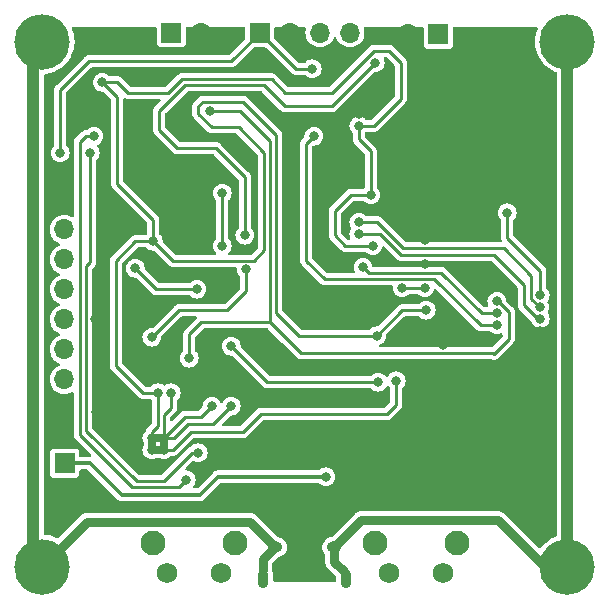
<source format=gbr>
%TF.GenerationSoftware,KiCad,Pcbnew,7.0.9*%
%TF.CreationDate,2023-12-18T09:55:38-05:00*%
%TF.ProjectId,_HW_EPaper,5f48575f-4550-4617-9065-722e6b696361,v1.0*%
%TF.SameCoordinates,Original*%
%TF.FileFunction,Copper,L2,Bot*%
%TF.FilePolarity,Positive*%
%FSLAX46Y46*%
G04 Gerber Fmt 4.6, Leading zero omitted, Abs format (unit mm)*
G04 Created by KiCad (PCBNEW 7.0.9) date 2023-12-18 09:55:38*
%MOMM*%
%LPD*%
G01*
G04 APERTURE LIST*
%TA.AperFunction,ComponentPad*%
%ADD10C,2.100000*%
%TD*%
%TA.AperFunction,ComponentPad*%
%ADD11C,1.750000*%
%TD*%
%TA.AperFunction,ComponentPad*%
%ADD12R,1.700000X1.700000*%
%TD*%
%TA.AperFunction,ComponentPad*%
%ADD13O,1.700000X1.700000*%
%TD*%
%TA.AperFunction,ComponentPad*%
%ADD14C,4.700000*%
%TD*%
%TA.AperFunction,ComponentPad*%
%ADD15O,0.890000X1.550000*%
%TD*%
%TA.AperFunction,ComponentPad*%
%ADD16O,1.250000X0.950000*%
%TD*%
%TA.AperFunction,ViaPad*%
%ADD17C,0.800000*%
%TD*%
%TA.AperFunction,Conductor*%
%ADD18C,0.250000*%
%TD*%
%TA.AperFunction,Conductor*%
%ADD19C,0.635000*%
%TD*%
%TA.AperFunction,Conductor*%
%ADD20C,0.304800*%
%TD*%
%TA.AperFunction,Conductor*%
%ADD21C,0.750000*%
%TD*%
%TA.AperFunction,Conductor*%
%ADD22C,1.000000*%
%TD*%
G04 APERTURE END LIST*
D10*
X120492000Y-159310500D03*
X113482000Y-159310500D03*
D11*
X119242000Y-161800500D03*
X114742000Y-161800500D03*
D12*
X115057000Y-116078000D03*
D13*
X117597000Y-116078000D03*
D12*
X122565000Y-116078000D03*
D13*
X125105000Y-116078000D03*
X127645000Y-116078000D03*
X130185000Y-116078000D03*
D14*
X148590000Y-161290000D03*
D15*
X122865000Y-162336000D03*
D16*
X123865000Y-159636000D03*
X128865000Y-159636000D03*
D15*
X129865000Y-162336000D03*
D12*
X106000000Y-147970000D03*
D13*
X106000000Y-145430000D03*
X106000000Y-142890000D03*
X106000000Y-140350000D03*
X106000000Y-137810000D03*
X106000000Y-135270000D03*
X106000000Y-132730000D03*
X106000000Y-130190000D03*
D10*
X139288000Y-159310500D03*
X132278000Y-159310500D03*
D11*
X138038000Y-161800500D03*
X133538000Y-161800500D03*
D14*
X148590000Y-116840000D03*
D12*
X137673000Y-116205000D03*
D13*
X135133000Y-116205000D03*
D14*
X104140000Y-116840000D03*
D12*
X106045000Y-152522000D03*
D13*
X106045000Y-155062000D03*
D14*
X104140000Y-161290000D03*
D17*
X105664000Y-126238000D03*
X126999500Y-119125500D03*
X114681000Y-130937000D03*
X134112000Y-141986000D03*
X114300000Y-156210000D03*
X125050000Y-136062000D03*
X114300000Y-152781000D03*
X108966000Y-141605000D03*
X130429000Y-153924000D03*
X146304000Y-141351000D03*
X121539000Y-146939000D03*
X133477000Y-149987000D03*
X118364000Y-127762000D03*
X108589299Y-140339299D03*
X127665000Y-156972000D03*
X133477000Y-151257000D03*
X130429000Y-155067000D03*
X130937000Y-127254000D03*
X116840500Y-146558000D03*
X108712000Y-148209000D03*
X136525000Y-133604000D03*
X136652000Y-140843000D03*
X115951000Y-130937000D03*
X130937000Y-128270000D03*
X120015000Y-152019000D03*
X136779000Y-120904000D03*
X132588000Y-121285000D03*
X119634000Y-154813000D03*
X118610500Y-143555000D03*
X136652000Y-146177000D03*
X134112000Y-132207000D03*
X108966000Y-144145000D03*
X112522000Y-120269000D03*
X136525000Y-131572000D03*
X108966000Y-146685000D03*
X108966000Y-137922000D03*
X115189000Y-122936000D03*
X138049000Y-142494000D03*
X124460000Y-151257000D03*
X141414500Y-136842500D03*
X136779000Y-127254000D03*
X108801500Y-136652000D03*
X112522000Y-125730000D03*
X132588000Y-138811000D03*
X136525000Y-135636000D03*
X136779000Y-125222000D03*
X136652000Y-144145000D03*
X127893299Y-126242299D03*
X130937000Y-122936000D03*
X117856000Y-131445000D03*
X112014000Y-156210000D03*
X130937000Y-123952000D03*
X113411000Y-150368000D03*
X120142000Y-147701000D03*
X136652000Y-139573000D03*
X131953000Y-129794000D03*
X118491000Y-147701000D03*
X114427000Y-151384000D03*
X132461000Y-141732000D03*
X132108000Y-134112000D03*
X113919000Y-146558000D03*
X109220000Y-120269000D03*
X114427000Y-150368000D03*
X115062000Y-146558000D03*
X134112000Y-145542000D03*
X113538000Y-133731000D03*
X113411000Y-151384000D03*
X117348000Y-151638000D03*
X108204000Y-126238000D03*
X116332000Y-153924000D03*
X108495000Y-124841000D03*
X128143000Y-153670000D03*
X112014000Y-136017000D03*
X117221000Y-137795000D03*
X127127000Y-124841000D03*
X142621000Y-140826503D03*
X146309783Y-140312990D03*
X130937000Y-133111003D03*
X131303550Y-135927500D03*
X142621000Y-139827000D03*
X146254811Y-139315000D03*
X130937000Y-132111500D03*
X142621000Y-138815058D03*
X118364000Y-122682000D03*
X116586000Y-143637000D03*
X143510000Y-131318000D03*
X146304000Y-138315000D03*
X134620000Y-137668000D03*
X136539999Y-137653001D03*
X121397550Y-136120950D03*
X113411000Y-141859000D03*
X119380000Y-129667000D03*
X119380000Y-134112000D03*
X121285000Y-133223000D03*
X132334000Y-118618000D03*
X120142000Y-142621000D03*
X132588000Y-145669000D03*
D18*
X105664000Y-120904000D02*
X108077000Y-118491000D01*
X120152000Y-118491000D02*
X122565000Y-116078000D01*
X108077000Y-118491000D02*
X120152000Y-118491000D01*
X126999500Y-119125500D02*
X125612500Y-119125500D01*
X105664000Y-126238000D02*
X105664000Y-120904000D01*
X125612500Y-119125500D02*
X122565000Y-116078000D01*
X118491000Y-147701000D02*
X117602000Y-148590000D01*
X113411000Y-149860000D02*
X113411000Y-150368000D01*
X125857000Y-141732000D02*
X123952000Y-139827000D01*
X122936000Y-134493000D02*
X122033050Y-135395950D01*
X132207000Y-123952000D02*
X134493000Y-121666000D01*
X130937000Y-123952000D02*
X130937000Y-125095000D01*
X114427000Y-150368000D02*
X114427000Y-148463000D01*
X133350000Y-148336000D02*
X122682000Y-148336000D01*
D19*
X114427000Y-151384000D02*
X114427000Y-150368000D01*
D18*
X121158000Y-149860000D02*
X116713000Y-149860000D01*
X134493000Y-118618000D02*
X133477000Y-117602000D01*
X130937000Y-125095000D02*
X131953000Y-126111000D01*
X123952000Y-139827000D02*
X123952000Y-124714000D01*
X134620000Y-139573000D02*
X132461000Y-141732000D01*
X136652000Y-139573000D02*
X134620000Y-139573000D01*
X132108000Y-134112000D02*
X129794000Y-134112000D01*
X112014000Y-133731000D02*
X110363000Y-135382000D01*
X114427000Y-148463000D02*
X115062000Y-147828000D01*
X132461000Y-141732000D02*
X125857000Y-141732000D01*
X120142000Y-147701000D02*
X118618000Y-149225000D01*
X114808000Y-121158000D02*
X111379000Y-121158000D01*
X110490000Y-128905000D02*
X113538000Y-131953000D01*
X117348000Y-122301000D02*
X117348000Y-122936000D01*
X118618000Y-149225000D02*
X116459000Y-149225000D01*
X128905000Y-133223000D02*
X128905000Y-131191000D01*
D19*
X113411000Y-151384000D02*
X113411000Y-150368000D01*
D18*
X115316000Y-150368000D02*
X114427000Y-150368000D01*
X133477000Y-117602000D02*
X132207000Y-117602000D01*
X110363000Y-135382000D02*
X110363000Y-144272000D01*
X118491000Y-124079000D02*
X120777000Y-124079000D01*
X120777000Y-124079000D02*
X122936000Y-126238000D01*
X134493000Y-121666000D02*
X134493000Y-118618000D01*
X115951000Y-120015000D02*
X114808000Y-121158000D01*
X116459000Y-149225000D02*
X115316000Y-150368000D01*
X131953000Y-126111000D02*
X131953000Y-129794000D01*
X129794000Y-134112000D02*
X128905000Y-133223000D01*
X122033050Y-135395950D02*
X115202950Y-135395950D01*
X115202950Y-135395950D02*
X113538000Y-133731000D01*
X113919000Y-146558000D02*
X113919000Y-149352000D01*
X117602000Y-148590000D02*
X116205000Y-148590000D01*
X121158000Y-121920000D02*
X117729000Y-121920000D01*
X122936000Y-126238000D02*
X122936000Y-134493000D01*
X115189000Y-151384000D02*
X114427000Y-151384000D01*
X123571000Y-120015000D02*
X115951000Y-120015000D01*
X117348000Y-122936000D02*
X118491000Y-124079000D01*
D19*
X113411000Y-150368000D02*
X114427000Y-150368000D01*
D18*
X113538000Y-133731000D02*
X112014000Y-133731000D01*
X124714000Y-121158000D02*
X123571000Y-120015000D01*
X115062000Y-147828000D02*
X115062000Y-146558000D01*
X130937000Y-123952000D02*
X132207000Y-123952000D01*
X110490000Y-121539000D02*
X110490000Y-128905000D01*
X132207000Y-117602000D02*
X128651000Y-121158000D01*
D19*
X113411000Y-151384000D02*
X114427000Y-151384000D01*
D18*
X113919000Y-149352000D02*
X113411000Y-149860000D01*
X116713000Y-149860000D02*
X115189000Y-151384000D01*
X117729000Y-121920000D02*
X117348000Y-122301000D01*
X116205000Y-148590000D02*
X114427000Y-150368000D01*
X113538000Y-131953000D02*
X113538000Y-133731000D01*
X134112000Y-145542000D02*
X134112000Y-147574000D01*
X134112000Y-147574000D02*
X133350000Y-148336000D01*
X128905000Y-131191000D02*
X130302000Y-129794000D01*
X112649000Y-146558000D02*
X113919000Y-146558000D01*
X130302000Y-129794000D02*
X131953000Y-129794000D01*
X128651000Y-121158000D02*
X124714000Y-121158000D01*
X110490000Y-120269000D02*
X109220000Y-120269000D01*
X109220000Y-120269000D02*
X110490000Y-121539000D01*
X122682000Y-148336000D02*
X121158000Y-149860000D01*
X110363000Y-144272000D02*
X112649000Y-146558000D01*
X111379000Y-121158000D02*
X110490000Y-120269000D01*
X123952000Y-124714000D02*
X121158000Y-121920000D01*
X116840000Y-151638000D02*
X114427000Y-154051000D01*
X107864299Y-135848701D02*
X108204000Y-135509000D01*
X117348000Y-151638000D02*
X116840000Y-151638000D01*
X114427000Y-154051000D02*
X112141000Y-154051000D01*
X107864299Y-149774299D02*
X107864299Y-135848701D01*
X112141000Y-154051000D02*
X107864299Y-149774299D01*
X108204000Y-135509000D02*
X108204000Y-126238000D01*
X107315000Y-150114000D02*
X111702000Y-154501000D01*
X115755000Y-154501000D02*
X116332000Y-153924000D01*
X108495000Y-124841000D02*
X107823000Y-124841000D01*
X107823000Y-124841000D02*
X107315000Y-125349000D01*
X107315000Y-125349000D02*
X107315000Y-150114000D01*
X111702000Y-154501000D02*
X115755000Y-154501000D01*
D20*
X117475000Y-155194000D02*
X110871000Y-155194000D01*
X110871000Y-155194000D02*
X108199000Y-152522000D01*
X108199000Y-152522000D02*
X106045000Y-152522000D01*
X128143000Y-153670000D02*
X118999000Y-153670000D01*
X118999000Y-153670000D02*
X117475000Y-155194000D01*
D18*
X117221000Y-137795000D02*
X113792000Y-137795000D01*
X113792000Y-137795000D02*
X112014000Y-136017000D01*
X137340402Y-136928001D02*
X128038001Y-136928001D01*
X128038001Y-136928001D02*
X126492000Y-135382000D01*
X126492000Y-125476000D02*
X127127000Y-124841000D01*
X142604503Y-140843000D02*
X141255401Y-140843000D01*
X126492000Y-135382000D02*
X126492000Y-125476000D01*
X141255401Y-140843000D02*
X137340402Y-136928001D01*
X142621000Y-140826503D02*
X142604503Y-140843000D01*
X132730003Y-133111003D02*
X134493000Y-134874000D01*
X144907000Y-139128500D02*
X146091490Y-140312990D01*
X134493000Y-134874000D02*
X142367000Y-134874000D01*
X146091490Y-140312990D02*
X146309783Y-140312990D01*
X130937000Y-133111003D02*
X132730003Y-133111003D01*
X142367000Y-134874000D02*
X144907000Y-137414000D01*
X144907000Y-137414000D02*
X144907000Y-139128500D01*
X131774050Y-136398000D02*
X137922000Y-136398000D01*
X131303550Y-135927500D02*
X131774050Y-136398000D01*
X141351000Y-139827000D02*
X142621000Y-139827000D01*
X137922000Y-136398000D02*
X141351000Y-139827000D01*
X145542000Y-136652000D02*
X145542000Y-138602189D01*
X132492500Y-132111500D02*
X134710000Y-134329000D01*
X145542000Y-138602189D02*
X146254811Y-139315000D01*
X130937000Y-132111500D02*
X132492500Y-132111500D01*
X143219000Y-134329000D02*
X145542000Y-136652000D01*
X134710000Y-134329000D02*
X143219000Y-134329000D01*
X120904000Y-122682000D02*
X123444000Y-125222000D01*
X126074000Y-143219000D02*
X123444000Y-140589000D01*
X142330000Y-143219000D02*
X126074000Y-143219000D01*
X143637000Y-139700000D02*
X143637000Y-141986000D01*
X143637000Y-141986000D02*
X142367000Y-143256000D01*
X123444000Y-140589000D02*
X123444000Y-140462000D01*
X123444000Y-140589000D02*
X117602000Y-140589000D01*
X142752058Y-138815058D02*
X143637000Y-139700000D01*
X116586000Y-141605000D02*
X116586000Y-143637000D01*
X118364000Y-122682000D02*
X120904000Y-122682000D01*
X117602000Y-140589000D02*
X116586000Y-141605000D01*
X123444000Y-125222000D02*
X123444000Y-140462000D01*
X142367000Y-143256000D02*
X142330000Y-143219000D01*
X142621000Y-138815058D02*
X142752058Y-138815058D01*
X146304000Y-136271000D02*
X143510000Y-133477000D01*
X143510000Y-133477000D02*
X143510000Y-131318000D01*
X146304000Y-138315000D02*
X146304000Y-136271000D01*
D21*
X123865000Y-159636000D02*
X121709000Y-157480000D01*
X122865000Y-161544000D02*
X122865000Y-160636000D01*
D22*
X104140000Y-161290000D02*
X103378000Y-160528000D01*
D21*
X128865000Y-160869000D02*
X129667000Y-161671000D01*
X128865000Y-159636000D02*
X128865000Y-160869000D01*
X122865000Y-160636000D02*
X123865000Y-159636000D01*
D22*
X148590000Y-116840000D02*
X148590000Y-161290000D01*
X103378000Y-118618000D02*
X102870000Y-118110000D01*
D21*
X146685000Y-161290000D02*
X142748000Y-157353000D01*
D22*
X103378000Y-160528000D02*
X103378000Y-118618000D01*
D21*
X121709000Y-157480000D02*
X107950000Y-157480000D01*
X107950000Y-157480000D02*
X104140000Y-161290000D01*
D18*
X148590000Y-161290000D02*
X146685000Y-161290000D01*
D21*
X142748000Y-157353000D02*
X131148000Y-157353000D01*
D18*
X102870000Y-118110000D02*
X104140000Y-116840000D01*
D21*
X131148000Y-157353000D02*
X128865000Y-159636000D01*
D18*
X134620000Y-137668000D02*
X136525000Y-137668000D01*
X136525000Y-137668000D02*
X136539999Y-137653001D01*
X115697000Y-139573000D02*
X119761000Y-139573000D01*
X119761000Y-139573000D02*
X121397550Y-137936450D01*
X113411000Y-141859000D02*
X115697000Y-139573000D01*
X121397550Y-137936450D02*
X121397550Y-136120950D01*
X119380000Y-134112000D02*
X119380000Y-129667000D01*
X118872000Y-125857000D02*
X115570000Y-125857000D01*
X121285000Y-128270000D02*
X118872000Y-125857000D01*
X116205000Y-120523000D02*
X122936000Y-120523000D01*
X122936000Y-120523000D02*
X124714000Y-122301000D01*
X121285000Y-133223000D02*
X121285000Y-128270000D01*
X124714000Y-122301000D02*
X128651000Y-122301000D01*
X114046000Y-124333000D02*
X114046000Y-122682000D01*
X128651000Y-122301000D02*
X132334000Y-118618000D01*
X115570000Y-125857000D02*
X114046000Y-124333000D01*
X114046000Y-122682000D02*
X116205000Y-120523000D01*
X132588000Y-145669000D02*
X123190000Y-145669000D01*
X123190000Y-145669000D02*
X120142000Y-142621000D01*
%TA.AperFunction,Conductor*%
G36*
X113767621Y-115590502D02*
G01*
X113814114Y-115644158D01*
X113825500Y-115696500D01*
X113825500Y-116964207D01*
X113836304Y-117038361D01*
X113836304Y-117038363D01*
X113892223Y-117152745D01*
X113892224Y-117152747D01*
X113982252Y-117242775D01*
X113982254Y-117242776D01*
X114096639Y-117298696D01*
X114170794Y-117309500D01*
X114170800Y-117309500D01*
X115943200Y-117309500D01*
X115943206Y-117309500D01*
X116017361Y-117298696D01*
X116131746Y-117242776D01*
X116221776Y-117152746D01*
X116277696Y-117038361D01*
X116288500Y-116964206D01*
X116288500Y-115696500D01*
X116308502Y-115628379D01*
X116362158Y-115581886D01*
X116414500Y-115570500D01*
X121207500Y-115570500D01*
X121275621Y-115590502D01*
X121322114Y-115644158D01*
X121333500Y-115696500D01*
X121333500Y-116541011D01*
X121313498Y-116609132D01*
X121296595Y-116630106D01*
X119979106Y-117947595D01*
X119916794Y-117981621D01*
X119890011Y-117984500D01*
X108144997Y-117984500D01*
X108118212Y-117981620D01*
X108113505Y-117980596D01*
X108113503Y-117980595D01*
X108061168Y-117984339D01*
X108056671Y-117984500D01*
X108040778Y-117984500D01*
X108025044Y-117986761D01*
X108020577Y-117987241D01*
X107968226Y-117990987D01*
X107963703Y-117992674D01*
X107937616Y-117999332D01*
X107932837Y-118000019D01*
X107932836Y-118000019D01*
X107885089Y-118021824D01*
X107880936Y-118023544D01*
X107831763Y-118041885D01*
X107831760Y-118041887D01*
X107827894Y-118044781D01*
X107804750Y-118058514D01*
X107800349Y-118060524D01*
X107760681Y-118094895D01*
X107757183Y-118097714D01*
X107744465Y-118107235D01*
X107733223Y-118118477D01*
X107729932Y-118121540D01*
X107690277Y-118155902D01*
X107687666Y-118159965D01*
X107670767Y-118180932D01*
X105353932Y-120497767D01*
X105332965Y-120514666D01*
X105328902Y-120517277D01*
X105294540Y-120556932D01*
X105291477Y-120560223D01*
X105280235Y-120571465D01*
X105270714Y-120584183D01*
X105267895Y-120587681D01*
X105233524Y-120627349D01*
X105231514Y-120631750D01*
X105217781Y-120654894D01*
X105214886Y-120658761D01*
X105214884Y-120658765D01*
X105196545Y-120707933D01*
X105194824Y-120712087D01*
X105173021Y-120759829D01*
X105173019Y-120759837D01*
X105172331Y-120764622D01*
X105165674Y-120790701D01*
X105163986Y-120795227D01*
X105160240Y-120847579D01*
X105159761Y-120852044D01*
X105157500Y-120867773D01*
X105157500Y-120883667D01*
X105157339Y-120888163D01*
X105153596Y-120940505D01*
X105154620Y-120945215D01*
X105157500Y-120971996D01*
X105157500Y-125587102D01*
X105137498Y-125655223D01*
X105120595Y-125676197D01*
X105049136Y-125747655D01*
X105049136Y-125747656D01*
X105049134Y-125747658D01*
X105049133Y-125747660D01*
X105029779Y-125778462D01*
X104955437Y-125896774D01*
X104918537Y-126002230D01*
X104897273Y-126063000D01*
X104877555Y-126238000D01*
X104897273Y-126413000D01*
X104897274Y-126413002D01*
X104955437Y-126579225D01*
X104955438Y-126579226D01*
X105049133Y-126728340D01*
X105049136Y-126728343D01*
X105049136Y-126728344D01*
X105173655Y-126852863D01*
X105173657Y-126852864D01*
X105173660Y-126852867D01*
X105322774Y-126946562D01*
X105489000Y-127004727D01*
X105664000Y-127024445D01*
X105839000Y-127004727D01*
X106005226Y-126946562D01*
X106154340Y-126852867D01*
X106278867Y-126728340D01*
X106372562Y-126579226D01*
X106430727Y-126413000D01*
X106450445Y-126238000D01*
X106430727Y-126063000D01*
X106372562Y-125896774D01*
X106278867Y-125747660D01*
X106278863Y-125747656D01*
X106278863Y-125747655D01*
X106207405Y-125676197D01*
X106173379Y-125613885D01*
X106170500Y-125587102D01*
X106170500Y-121165989D01*
X106190502Y-121097868D01*
X106207405Y-121076894D01*
X107015299Y-120269000D01*
X108433555Y-120269000D01*
X108453273Y-120444000D01*
X108453274Y-120444002D01*
X108511437Y-120610225D01*
X108511438Y-120610226D01*
X108605133Y-120759340D01*
X108605136Y-120759343D01*
X108605136Y-120759344D01*
X108729655Y-120883863D01*
X108729657Y-120883864D01*
X108729660Y-120883867D01*
X108878774Y-120977562D01*
X109045000Y-121035727D01*
X109220000Y-121055445D01*
X109222741Y-121055136D01*
X109224506Y-121055445D01*
X109227077Y-121055445D01*
X109227077Y-121055895D01*
X109292674Y-121067382D01*
X109325949Y-121091248D01*
X109946595Y-121711894D01*
X109980621Y-121774206D01*
X109983500Y-121800989D01*
X109983500Y-128837001D01*
X109980621Y-128863780D01*
X109979596Y-128868490D01*
X109979596Y-128868495D01*
X109983339Y-128920836D01*
X109983500Y-128925332D01*
X109983500Y-128941222D01*
X109985761Y-128956950D01*
X109986242Y-128961421D01*
X109989986Y-129013771D01*
X109991672Y-129018292D01*
X109998331Y-129044377D01*
X109999019Y-129049165D01*
X109999020Y-129049166D01*
X110020823Y-129096909D01*
X110022544Y-129101063D01*
X110030894Y-129123450D01*
X110040885Y-129150235D01*
X110043777Y-129154099D01*
X110057517Y-129177256D01*
X110059524Y-129181650D01*
X110059525Y-129181651D01*
X110093896Y-129221318D01*
X110096718Y-129224820D01*
X110106235Y-129237533D01*
X110106236Y-129237535D01*
X110106237Y-129237536D01*
X110106238Y-129237537D01*
X110117479Y-129248778D01*
X110120534Y-129252059D01*
X110154903Y-129291723D01*
X110158955Y-129294327D01*
X110179932Y-129311231D01*
X112994595Y-132125894D01*
X113028621Y-132188206D01*
X113031500Y-132214989D01*
X113031500Y-133080103D01*
X113011498Y-133148224D01*
X112994595Y-133169198D01*
X112976198Y-133187595D01*
X112913886Y-133221621D01*
X112887103Y-133224500D01*
X112081998Y-133224500D01*
X112055217Y-133221621D01*
X112050505Y-133220596D01*
X112050502Y-133220596D01*
X111998163Y-133224339D01*
X111993667Y-133224500D01*
X111977773Y-133224500D01*
X111962044Y-133226761D01*
X111957579Y-133227240D01*
X111905229Y-133230986D01*
X111905226Y-133230986D01*
X111900699Y-133232675D01*
X111874622Y-133239331D01*
X111869836Y-133240019D01*
X111822092Y-133261821D01*
X111817940Y-133263541D01*
X111768762Y-133281884D01*
X111764895Y-133284780D01*
X111741748Y-133298515D01*
X111737349Y-133300524D01*
X111697689Y-133334889D01*
X111694190Y-133337709D01*
X111681467Y-133347233D01*
X111681460Y-133347239D01*
X111670223Y-133358477D01*
X111666932Y-133361540D01*
X111627277Y-133395902D01*
X111624666Y-133399965D01*
X111607767Y-133420932D01*
X110052932Y-134975767D01*
X110031965Y-134992666D01*
X110027902Y-134995277D01*
X109993540Y-135034932D01*
X109990477Y-135038223D01*
X109979235Y-135049465D01*
X109969714Y-135062183D01*
X109966895Y-135065681D01*
X109932524Y-135105349D01*
X109930514Y-135109750D01*
X109916781Y-135132894D01*
X109913886Y-135136761D01*
X109913884Y-135136765D01*
X109895545Y-135185933D01*
X109893824Y-135190087D01*
X109872021Y-135237829D01*
X109872019Y-135237837D01*
X109871331Y-135242622D01*
X109864674Y-135268701D01*
X109862986Y-135273227D01*
X109859240Y-135325579D01*
X109858761Y-135330044D01*
X109856500Y-135345773D01*
X109856500Y-135361667D01*
X109856339Y-135366163D01*
X109852616Y-135418222D01*
X109852596Y-135418505D01*
X109853620Y-135423215D01*
X109856500Y-135449996D01*
X109856500Y-144204001D01*
X109853621Y-144230780D01*
X109852596Y-144235490D01*
X109852596Y-144235495D01*
X109856339Y-144287836D01*
X109856500Y-144292332D01*
X109856500Y-144308222D01*
X109858761Y-144323950D01*
X109859242Y-144328421D01*
X109862986Y-144380771D01*
X109864672Y-144385292D01*
X109871331Y-144411377D01*
X109872019Y-144416165D01*
X109872020Y-144416166D01*
X109893823Y-144463909D01*
X109895544Y-144468063D01*
X109901121Y-144483013D01*
X109913885Y-144517235D01*
X109916777Y-144521099D01*
X109930517Y-144544256D01*
X109932524Y-144548650D01*
X109932525Y-144548651D01*
X109966896Y-144588318D01*
X109969718Y-144591820D01*
X109979235Y-144604533D01*
X109979236Y-144604535D01*
X109979237Y-144604536D01*
X109979238Y-144604537D01*
X109990479Y-144615778D01*
X109993534Y-144619059D01*
X110027903Y-144658723D01*
X110031955Y-144661327D01*
X110052932Y-144678231D01*
X112242766Y-146868065D01*
X112259667Y-146889037D01*
X112262274Y-146893094D01*
X112262278Y-146893099D01*
X112301932Y-146927458D01*
X112305212Y-146930511D01*
X112316463Y-146941762D01*
X112323075Y-146946712D01*
X112329189Y-146951289D01*
X112332691Y-146954111D01*
X112372349Y-146988476D01*
X112374947Y-146989662D01*
X112376730Y-146990476D01*
X112399911Y-147004230D01*
X112403763Y-147007114D01*
X112403764Y-147007114D01*
X112403765Y-147007115D01*
X112452944Y-147025457D01*
X112457081Y-147027171D01*
X112504835Y-147048980D01*
X112509608Y-147049666D01*
X112535709Y-147056327D01*
X112540228Y-147058013D01*
X112592582Y-147061757D01*
X112597014Y-147062233D01*
X112612778Y-147064500D01*
X112628671Y-147064500D01*
X112633168Y-147064661D01*
X112685503Y-147068404D01*
X112685503Y-147068403D01*
X112685505Y-147068404D01*
X112690212Y-147067379D01*
X112716997Y-147064500D01*
X113268103Y-147064500D01*
X113336224Y-147084502D01*
X113357198Y-147101405D01*
X113375595Y-147119802D01*
X113409621Y-147182114D01*
X113412500Y-147208897D01*
X113412500Y-149090009D01*
X113392498Y-149158130D01*
X113375595Y-149179105D01*
X113100929Y-149453770D01*
X113079961Y-149470668D01*
X113075903Y-149473275D01*
X113041540Y-149512932D01*
X113038477Y-149516223D01*
X113027235Y-149527465D01*
X113017714Y-149540183D01*
X113014895Y-149543681D01*
X112980524Y-149583349D01*
X112978514Y-149587750D01*
X112964781Y-149610894D01*
X112961886Y-149614761D01*
X112961884Y-149614765D01*
X112943545Y-149663933D01*
X112941824Y-149668087D01*
X112920021Y-149715829D01*
X112920018Y-149715842D01*
X112919614Y-149718650D01*
X112918437Y-149721225D01*
X112917482Y-149724479D01*
X112917013Y-149724341D01*
X112890112Y-149783226D01*
X112883995Y-149789795D01*
X112796133Y-149877658D01*
X112796131Y-149877661D01*
X112702439Y-150026771D01*
X112702438Y-150026773D01*
X112684690Y-150077495D01*
X112644273Y-150193000D01*
X112624555Y-150368000D01*
X112644273Y-150543000D01*
X112644274Y-150543002D01*
X112704775Y-150715906D01*
X112702583Y-150716672D01*
X112712000Y-150757840D01*
X112712000Y-150994160D01*
X112702607Y-151035336D01*
X112704775Y-151036095D01*
X112651311Y-151188887D01*
X112644273Y-151209000D01*
X112624555Y-151384000D01*
X112644273Y-151559000D01*
X112662646Y-151611509D01*
X112702437Y-151725225D01*
X112702438Y-151725226D01*
X112796133Y-151874340D01*
X112796136Y-151874343D01*
X112796136Y-151874344D01*
X112920655Y-151998863D01*
X112920657Y-151998864D01*
X112920660Y-151998867D01*
X113069774Y-152092562D01*
X113236000Y-152150727D01*
X113411000Y-152170445D01*
X113586000Y-152150727D01*
X113752226Y-152092562D01*
X113752225Y-152092562D01*
X113758905Y-152090225D01*
X113759663Y-152092392D01*
X113800840Y-152083000D01*
X114037160Y-152083000D01*
X114078336Y-152092392D01*
X114079095Y-152090225D01*
X114085774Y-152092562D01*
X114252000Y-152150727D01*
X114427000Y-152170445D01*
X114602000Y-152150727D01*
X114768226Y-152092562D01*
X114917340Y-151998867D01*
X114988803Y-151927403D01*
X115051113Y-151893380D01*
X115077897Y-151890500D01*
X115121002Y-151890500D01*
X115147782Y-151893378D01*
X115152495Y-151894404D01*
X115187076Y-151891930D01*
X115204837Y-151890661D01*
X115209333Y-151890500D01*
X115225225Y-151890500D01*
X115234666Y-151889141D01*
X115240955Y-151888237D01*
X115245397Y-151887759D01*
X115297771Y-151884014D01*
X115302288Y-151882328D01*
X115328385Y-151875667D01*
X115333165Y-151874980D01*
X115380918Y-151853170D01*
X115385030Y-151851466D01*
X115434235Y-151833115D01*
X115438099Y-151830222D01*
X115461262Y-151816479D01*
X115465650Y-151814476D01*
X115505322Y-151780098D01*
X115508802Y-151777293D01*
X115521537Y-151767762D01*
X115532779Y-151756518D01*
X115536056Y-151753467D01*
X115575723Y-151719097D01*
X115578326Y-151715046D01*
X115595225Y-151694072D01*
X116885896Y-150403402D01*
X116948206Y-150369379D01*
X116974989Y-150366500D01*
X121090002Y-150366500D01*
X121116782Y-150369378D01*
X121121495Y-150370404D01*
X121156076Y-150367930D01*
X121173837Y-150366661D01*
X121178333Y-150366500D01*
X121194225Y-150366500D01*
X121203666Y-150365141D01*
X121209955Y-150364237D01*
X121214397Y-150363759D01*
X121266771Y-150360014D01*
X121271288Y-150358328D01*
X121297385Y-150351667D01*
X121302165Y-150350980D01*
X121349918Y-150329170D01*
X121354030Y-150327466D01*
X121403235Y-150309115D01*
X121407099Y-150306222D01*
X121430262Y-150292479D01*
X121434650Y-150290476D01*
X121474322Y-150256098D01*
X121477802Y-150253293D01*
X121490537Y-150243762D01*
X121501779Y-150232518D01*
X121505056Y-150229467D01*
X121544723Y-150195097D01*
X121547326Y-150191046D01*
X121564225Y-150170072D01*
X122854896Y-148879402D01*
X122917206Y-148845379D01*
X122943989Y-148842500D01*
X133282002Y-148842500D01*
X133308782Y-148845378D01*
X133313495Y-148846404D01*
X133348076Y-148843930D01*
X133365837Y-148842661D01*
X133370333Y-148842500D01*
X133386225Y-148842500D01*
X133396596Y-148841008D01*
X133401955Y-148840237D01*
X133406397Y-148839759D01*
X133458771Y-148836014D01*
X133463288Y-148834328D01*
X133489385Y-148827667D01*
X133494165Y-148826980D01*
X133541918Y-148805170D01*
X133546030Y-148803466D01*
X133595235Y-148785115D01*
X133599099Y-148782222D01*
X133622262Y-148768479D01*
X133626650Y-148766476D01*
X133666322Y-148732098D01*
X133669802Y-148729293D01*
X133682537Y-148719762D01*
X133693779Y-148708518D01*
X133697056Y-148705467D01*
X133736723Y-148671097D01*
X133739324Y-148667048D01*
X133756227Y-148646070D01*
X134422073Y-147980225D01*
X134443049Y-147963324D01*
X134447097Y-147960723D01*
X134481461Y-147921063D01*
X134484514Y-147917785D01*
X134495763Y-147906537D01*
X134505295Y-147893802D01*
X134508112Y-147890307D01*
X134517089Y-147879948D01*
X134542476Y-147850650D01*
X134544473Y-147846274D01*
X134558230Y-147823089D01*
X134561116Y-147819235D01*
X134579462Y-147770044D01*
X134581171Y-147765917D01*
X134602980Y-147718165D01*
X134603665Y-147713394D01*
X134610330Y-147687283D01*
X134612014Y-147682771D01*
X134615759Y-147630397D01*
X134616238Y-147625948D01*
X134618500Y-147610224D01*
X134618500Y-147594332D01*
X134618661Y-147589836D01*
X134622404Y-147537495D01*
X134622403Y-147537490D01*
X134621379Y-147532780D01*
X134618500Y-147506001D01*
X134618500Y-146192897D01*
X134638502Y-146124776D01*
X134655400Y-146103806D01*
X134726867Y-146032340D01*
X134820562Y-145883226D01*
X134878727Y-145717000D01*
X134898445Y-145542000D01*
X134878727Y-145367000D01*
X134820562Y-145200774D01*
X134726867Y-145051660D01*
X134726863Y-145051656D01*
X134726863Y-145051655D01*
X134602344Y-144927136D01*
X134602341Y-144927134D01*
X134602340Y-144927133D01*
X134517797Y-144874011D01*
X134453225Y-144833437D01*
X134339509Y-144793646D01*
X134287000Y-144775273D01*
X134112000Y-144755555D01*
X133937000Y-144775273D01*
X133936997Y-144775273D01*
X133936997Y-144775274D01*
X133770774Y-144833437D01*
X133692605Y-144882555D01*
X133621660Y-144927133D01*
X133621658Y-144927134D01*
X133621656Y-144927136D01*
X133621655Y-144927136D01*
X133497136Y-145051655D01*
X133497131Y-145051662D01*
X133416785Y-145179529D01*
X133363606Y-145226566D01*
X133293439Y-145237386D01*
X133228561Y-145208552D01*
X133207380Y-145184107D01*
X133207277Y-145184190D01*
X133205246Y-145181643D01*
X133203409Y-145179523D01*
X133202867Y-145178660D01*
X133202865Y-145178658D01*
X133202863Y-145178655D01*
X133078344Y-145054136D01*
X133078341Y-145054134D01*
X133078340Y-145054133D01*
X132993797Y-145001011D01*
X132929225Y-144960437D01*
X132815509Y-144920646D01*
X132763000Y-144902273D01*
X132588000Y-144882555D01*
X132413000Y-144902273D01*
X132412997Y-144902273D01*
X132412997Y-144902274D01*
X132246774Y-144960437D01*
X132097658Y-145054134D01*
X132061928Y-145089864D01*
X132026196Y-145125596D01*
X131963887Y-145159620D01*
X131937103Y-145162500D01*
X123451989Y-145162500D01*
X123383868Y-145142498D01*
X123362894Y-145125595D01*
X120964248Y-142726949D01*
X120930222Y-142664637D01*
X120928136Y-142623741D01*
X120928445Y-142621000D01*
X120908727Y-142446000D01*
X120850562Y-142279774D01*
X120756867Y-142130660D01*
X120756863Y-142130656D01*
X120756863Y-142130655D01*
X120632344Y-142006136D01*
X120632341Y-142006134D01*
X120632340Y-142006133D01*
X120531881Y-141943010D01*
X120483225Y-141912437D01*
X120353340Y-141866989D01*
X120317000Y-141854273D01*
X120142000Y-141834555D01*
X119967000Y-141854273D01*
X119966997Y-141854273D01*
X119966997Y-141854274D01*
X119800774Y-141912437D01*
X119700467Y-141975465D01*
X119651660Y-142006133D01*
X119651658Y-142006134D01*
X119651656Y-142006136D01*
X119651655Y-142006136D01*
X119527136Y-142130655D01*
X119527136Y-142130656D01*
X119433437Y-142279774D01*
X119377176Y-142440562D01*
X119375273Y-142446000D01*
X119355555Y-142621000D01*
X119375273Y-142796000D01*
X119375274Y-142796002D01*
X119433437Y-142962225D01*
X119433438Y-142962226D01*
X119527133Y-143111340D01*
X119527136Y-143111343D01*
X119527136Y-143111344D01*
X119651655Y-143235863D01*
X119651657Y-143235864D01*
X119651660Y-143235867D01*
X119800774Y-143329562D01*
X119967000Y-143387727D01*
X120142000Y-143407445D01*
X120144741Y-143407136D01*
X120146506Y-143407445D01*
X120149077Y-143407445D01*
X120149077Y-143407895D01*
X120214674Y-143419382D01*
X120247949Y-143443248D01*
X122783766Y-145979065D01*
X122800667Y-146000037D01*
X122803274Y-146004094D01*
X122803278Y-146004099D01*
X122842932Y-146038458D01*
X122846212Y-146041511D01*
X122857463Y-146052762D01*
X122864075Y-146057712D01*
X122870189Y-146062289D01*
X122873686Y-146065107D01*
X122899840Y-146087770D01*
X122913351Y-146099477D01*
X122917733Y-146101478D01*
X122940900Y-146115222D01*
X122944765Y-146118115D01*
X122993935Y-146136454D01*
X122998092Y-146138176D01*
X123045835Y-146159980D01*
X123050605Y-146160665D01*
X123076708Y-146167327D01*
X123081229Y-146169014D01*
X123133604Y-146172759D01*
X123138040Y-146173236D01*
X123145742Y-146174344D01*
X123153775Y-146175500D01*
X123153778Y-146175500D01*
X123169667Y-146175500D01*
X123174163Y-146175661D01*
X123192959Y-146177004D01*
X123226505Y-146179404D01*
X123231217Y-146178378D01*
X123257998Y-146175500D01*
X131937103Y-146175500D01*
X132005224Y-146195502D01*
X132026193Y-146212400D01*
X132097660Y-146283867D01*
X132246774Y-146377562D01*
X132413000Y-146435727D01*
X132588000Y-146455445D01*
X132763000Y-146435727D01*
X132929226Y-146377562D01*
X133078340Y-146283867D01*
X133202867Y-146159340D01*
X133272763Y-146048102D01*
X133283213Y-146031471D01*
X133336392Y-145984433D01*
X133406559Y-145973613D01*
X133471437Y-146002446D01*
X133492619Y-146026892D01*
X133492723Y-146026810D01*
X133494739Y-146029338D01*
X133496586Y-146031470D01*
X133497133Y-146032340D01*
X133568596Y-146103803D01*
X133602620Y-146166113D01*
X133605500Y-146192897D01*
X133605500Y-147312009D01*
X133585498Y-147380130D01*
X133568596Y-147401104D01*
X133177106Y-147792595D01*
X133114793Y-147826620D01*
X133088010Y-147829500D01*
X122749994Y-147829500D01*
X122723214Y-147826621D01*
X122718507Y-147825597D01*
X122718502Y-147825597D01*
X122666177Y-147829339D01*
X122661681Y-147829500D01*
X122645773Y-147829500D01*
X122630030Y-147831763D01*
X122625565Y-147832243D01*
X122573226Y-147835987D01*
X122568704Y-147837674D01*
X122542616Y-147844332D01*
X122537837Y-147845019D01*
X122537836Y-147845019D01*
X122490094Y-147866822D01*
X122485940Y-147868542D01*
X122436769Y-147886882D01*
X122436760Y-147886887D01*
X122432893Y-147889782D01*
X122409742Y-147903518D01*
X122405350Y-147905523D01*
X122405348Y-147905525D01*
X122365682Y-147939896D01*
X122362179Y-147942718D01*
X122349467Y-147952234D01*
X122349461Y-147952239D01*
X122338223Y-147963477D01*
X122334932Y-147966540D01*
X122295277Y-148000902D01*
X122292666Y-148004965D01*
X122275767Y-148025932D01*
X120985104Y-149316596D01*
X120922794Y-149350620D01*
X120896011Y-149353500D01*
X119509990Y-149353500D01*
X119441869Y-149333498D01*
X119395376Y-149279842D01*
X119385272Y-149209568D01*
X119414766Y-149144988D01*
X119420894Y-149138405D01*
X119537868Y-149021430D01*
X120036051Y-148523246D01*
X120098362Y-148489223D01*
X120139256Y-148487136D01*
X120139910Y-148487209D01*
X120142000Y-148487445D01*
X120317000Y-148467727D01*
X120483226Y-148409562D01*
X120632340Y-148315867D01*
X120756867Y-148191340D01*
X120850562Y-148042226D01*
X120908727Y-147876000D01*
X120928445Y-147701000D01*
X120908727Y-147526000D01*
X120850562Y-147359774D01*
X120756867Y-147210660D01*
X120756863Y-147210656D01*
X120756863Y-147210655D01*
X120632344Y-147086136D01*
X120632341Y-147086134D01*
X120632340Y-147086133D01*
X120535772Y-147025455D01*
X120483225Y-146992437D01*
X120338402Y-146941762D01*
X120317000Y-146934273D01*
X120142000Y-146914555D01*
X119967000Y-146934273D01*
X119966997Y-146934273D01*
X119966997Y-146934274D01*
X119800774Y-146992437D01*
X119745487Y-147027177D01*
X119651660Y-147086133D01*
X119651658Y-147086134D01*
X119651656Y-147086136D01*
X119651655Y-147086136D01*
X119527136Y-147210655D01*
X119527136Y-147210656D01*
X119433437Y-147359775D01*
X119430370Y-147366145D01*
X119427705Y-147364862D01*
X119394025Y-147411795D01*
X119328018Y-147437940D01*
X119258354Y-147424249D01*
X119207151Y-147375069D01*
X119202995Y-147365969D01*
X119202630Y-147366145D01*
X119199562Y-147359775D01*
X119199562Y-147359774D01*
X119105867Y-147210660D01*
X119105863Y-147210656D01*
X119105863Y-147210655D01*
X118981344Y-147086136D01*
X118981341Y-147086134D01*
X118981340Y-147086133D01*
X118884772Y-147025455D01*
X118832225Y-146992437D01*
X118687402Y-146941762D01*
X118666000Y-146934273D01*
X118491000Y-146914555D01*
X118316000Y-146934273D01*
X118315997Y-146934273D01*
X118315997Y-146934274D01*
X118149774Y-146992437D01*
X118094487Y-147027177D01*
X118000660Y-147086133D01*
X118000658Y-147086134D01*
X118000656Y-147086136D01*
X118000655Y-147086136D01*
X117876136Y-147210655D01*
X117876136Y-147210656D01*
X117782437Y-147359774D01*
X117731271Y-147506001D01*
X117724273Y-147526000D01*
X117712761Y-147628175D01*
X117704555Y-147701003D01*
X117704555Y-147701007D01*
X117704864Y-147703751D01*
X117704555Y-147705514D01*
X117704555Y-147708076D01*
X117704106Y-147708076D01*
X117692612Y-147773682D01*
X117668752Y-147806947D01*
X117429106Y-148046595D01*
X117366794Y-148080620D01*
X117340010Y-148083500D01*
X116272998Y-148083500D01*
X116246217Y-148080621D01*
X116241505Y-148079596D01*
X116241502Y-148079596D01*
X116189163Y-148083339D01*
X116184667Y-148083500D01*
X116168773Y-148083500D01*
X116153044Y-148085761D01*
X116148579Y-148086240D01*
X116096229Y-148089986D01*
X116096226Y-148089986D01*
X116091699Y-148091675D01*
X116065622Y-148098331D01*
X116060836Y-148099019D01*
X116013092Y-148120821D01*
X116008939Y-148122541D01*
X115959770Y-148140881D01*
X115959756Y-148140889D01*
X115955891Y-148143782D01*
X115932742Y-148157517D01*
X115928356Y-148159520D01*
X115928351Y-148159523D01*
X115888689Y-148193889D01*
X115885189Y-148196709D01*
X115872464Y-148206235D01*
X115861216Y-148217483D01*
X115857925Y-148220546D01*
X115818278Y-148254901D01*
X115818277Y-148254903D01*
X115815670Y-148258959D01*
X115798773Y-148279925D01*
X115148596Y-148930103D01*
X115086283Y-148964128D01*
X115015468Y-148959064D01*
X114958632Y-148916517D01*
X114933821Y-148849997D01*
X114933500Y-148841008D01*
X114933500Y-148724989D01*
X114953502Y-148656868D01*
X114970400Y-148635898D01*
X115372070Y-148234227D01*
X115393048Y-148217324D01*
X115397097Y-148214723D01*
X115431467Y-148175056D01*
X115434520Y-148171778D01*
X115445763Y-148160536D01*
X115455282Y-148147817D01*
X115458106Y-148144313D01*
X115492476Y-148104650D01*
X115494480Y-148100261D01*
X115508227Y-148077094D01*
X115511116Y-148073235D01*
X115529466Y-148024034D01*
X115531171Y-148019917D01*
X115552980Y-147972165D01*
X115553665Y-147967394D01*
X115560330Y-147941283D01*
X115562014Y-147936771D01*
X115565759Y-147884397D01*
X115566238Y-147879948D01*
X115568500Y-147864224D01*
X115568500Y-147848332D01*
X115568661Y-147843836D01*
X115572404Y-147791495D01*
X115572403Y-147791490D01*
X115571379Y-147786780D01*
X115568500Y-147760001D01*
X115568500Y-147208897D01*
X115588502Y-147140776D01*
X115605400Y-147119806D01*
X115676867Y-147048340D01*
X115770562Y-146899226D01*
X115828727Y-146733000D01*
X115848445Y-146558000D01*
X115828727Y-146383000D01*
X115770562Y-146216774D01*
X115676867Y-146067660D01*
X115676863Y-146067656D01*
X115676863Y-146067655D01*
X115552344Y-145943136D01*
X115552341Y-145943134D01*
X115552340Y-145943133D01*
X115456999Y-145883226D01*
X115403225Y-145849437D01*
X115289509Y-145809646D01*
X115237000Y-145791273D01*
X115062000Y-145771555D01*
X114887000Y-145791273D01*
X114886997Y-145791273D01*
X114886997Y-145791274D01*
X114720774Y-145849437D01*
X114571653Y-145943137D01*
X114569052Y-145945212D01*
X114567055Y-145946027D01*
X114565669Y-145946898D01*
X114565516Y-145946655D01*
X114503320Y-145972041D01*
X114433517Y-145959074D01*
X114411948Y-145945212D01*
X114409346Y-145943137D01*
X114260225Y-145849437D01*
X114146509Y-145809646D01*
X114094000Y-145791273D01*
X113919000Y-145771555D01*
X113744000Y-145791273D01*
X113743997Y-145791273D01*
X113743997Y-145791274D01*
X113577774Y-145849437D01*
X113428658Y-145943134D01*
X113399752Y-145972041D01*
X113357196Y-146014596D01*
X113294887Y-146048620D01*
X113268103Y-146051500D01*
X112910989Y-146051500D01*
X112842868Y-146031498D01*
X112821894Y-146014595D01*
X110906405Y-144099106D01*
X110872379Y-144036794D01*
X110869500Y-144010011D01*
X110869500Y-136017000D01*
X111227555Y-136017000D01*
X111247273Y-136192000D01*
X111255172Y-136214574D01*
X111305437Y-136358225D01*
X111305438Y-136358226D01*
X111399133Y-136507340D01*
X111399136Y-136507343D01*
X111399136Y-136507344D01*
X111523655Y-136631863D01*
X111523657Y-136631864D01*
X111523660Y-136631867D01*
X111672774Y-136725562D01*
X111839000Y-136783727D01*
X112014000Y-136803445D01*
X112016741Y-136803136D01*
X112018506Y-136803445D01*
X112021077Y-136803445D01*
X112021077Y-136803895D01*
X112086674Y-136815382D01*
X112119949Y-136839248D01*
X113385769Y-138105069D01*
X113402669Y-138126039D01*
X113405277Y-138130097D01*
X113405279Y-138130099D01*
X113405281Y-138130101D01*
X113408074Y-138132521D01*
X113444942Y-138164467D01*
X113448205Y-138167505D01*
X113459463Y-138178763D01*
X113472194Y-138188293D01*
X113475678Y-138191100D01*
X113515350Y-138225476D01*
X113519730Y-138227476D01*
X113542900Y-138241223D01*
X113546765Y-138244116D01*
X113595956Y-138262463D01*
X113600089Y-138264175D01*
X113647835Y-138285980D01*
X113649304Y-138286191D01*
X113652611Y-138286667D01*
X113678703Y-138293326D01*
X113683229Y-138295014D01*
X113735604Y-138298759D01*
X113740040Y-138299236D01*
X113747742Y-138300344D01*
X113755775Y-138301500D01*
X113755778Y-138301500D01*
X113771667Y-138301500D01*
X113776163Y-138301661D01*
X113794959Y-138303004D01*
X113828505Y-138305404D01*
X113833217Y-138304378D01*
X113859998Y-138301500D01*
X116570103Y-138301500D01*
X116638224Y-138321502D01*
X116659193Y-138338400D01*
X116730660Y-138409867D01*
X116879774Y-138503562D01*
X117046000Y-138561727D01*
X117221000Y-138581445D01*
X117396000Y-138561727D01*
X117562226Y-138503562D01*
X117711340Y-138409867D01*
X117835867Y-138285340D01*
X117929562Y-138136226D01*
X117987727Y-137970000D01*
X118007445Y-137795000D01*
X117987727Y-137620000D01*
X117929562Y-137453774D01*
X117835867Y-137304660D01*
X117835863Y-137304656D01*
X117835863Y-137304655D01*
X117711344Y-137180136D01*
X117711341Y-137180134D01*
X117711340Y-137180133D01*
X117626797Y-137127011D01*
X117562225Y-137086437D01*
X117448509Y-137046646D01*
X117396000Y-137028273D01*
X117221000Y-137008555D01*
X117046000Y-137028273D01*
X117045997Y-137028273D01*
X117045997Y-137028274D01*
X116879774Y-137086437D01*
X116730658Y-137180134D01*
X116694928Y-137215864D01*
X116659196Y-137251596D01*
X116596887Y-137285620D01*
X116570103Y-137288500D01*
X114053990Y-137288500D01*
X113985869Y-137268498D01*
X113964895Y-137251595D01*
X112836248Y-136122949D01*
X112802223Y-136060637D01*
X112800136Y-136019741D01*
X112800445Y-136017000D01*
X112780727Y-135842000D01*
X112722562Y-135675774D01*
X112628867Y-135526660D01*
X112628863Y-135526656D01*
X112628863Y-135526655D01*
X112504344Y-135402136D01*
X112504341Y-135402134D01*
X112504340Y-135402133D01*
X112389612Y-135330044D01*
X112355225Y-135308437D01*
X112210402Y-135257762D01*
X112189000Y-135250273D01*
X112014000Y-135230555D01*
X111839000Y-135250273D01*
X111838997Y-135250273D01*
X111838997Y-135250274D01*
X111672774Y-135308437D01*
X111582790Y-135364979D01*
X111523660Y-135402133D01*
X111523658Y-135402134D01*
X111523656Y-135402136D01*
X111523655Y-135402136D01*
X111399136Y-135526655D01*
X111399136Y-135526656D01*
X111399134Y-135526658D01*
X111399133Y-135526660D01*
X111377588Y-135560948D01*
X111305437Y-135675774D01*
X111252022Y-135828428D01*
X111247273Y-135842000D01*
X111227555Y-136017000D01*
X110869500Y-136017000D01*
X110869500Y-135643989D01*
X110889502Y-135575868D01*
X110906405Y-135554894D01*
X112186894Y-134274405D01*
X112249206Y-134240379D01*
X112275989Y-134237500D01*
X112887103Y-134237500D01*
X112955224Y-134257502D01*
X112976193Y-134274400D01*
X113047660Y-134345867D01*
X113196774Y-134439562D01*
X113363000Y-134497727D01*
X113538000Y-134517445D01*
X113540741Y-134517136D01*
X113542506Y-134517445D01*
X113545077Y-134517445D01*
X113545077Y-134517895D01*
X113610674Y-134529382D01*
X113643949Y-134553248D01*
X114796716Y-135706015D01*
X114813617Y-135726987D01*
X114816224Y-135731044D01*
X114816228Y-135731049D01*
X114855882Y-135765408D01*
X114859162Y-135768461D01*
X114870413Y-135779712D01*
X114877025Y-135784662D01*
X114883139Y-135789239D01*
X114886641Y-135792061D01*
X114926301Y-135826427D01*
X114930683Y-135828428D01*
X114953850Y-135842172D01*
X114957715Y-135845065D01*
X115006885Y-135863404D01*
X115011042Y-135865126D01*
X115058785Y-135886930D01*
X115063555Y-135887615D01*
X115089658Y-135894277D01*
X115094179Y-135895964D01*
X115146554Y-135899709D01*
X115150990Y-135900186D01*
X115158692Y-135901294D01*
X115166725Y-135902450D01*
X115166728Y-135902450D01*
X115182617Y-135902450D01*
X115187113Y-135902611D01*
X115205909Y-135903954D01*
X115239455Y-135906354D01*
X115244167Y-135905328D01*
X115270948Y-135902450D01*
X120494730Y-135902450D01*
X120562851Y-135922452D01*
X120609344Y-135976108D01*
X120619937Y-136042557D01*
X120611105Y-136120950D01*
X120630823Y-136295950D01*
X120646101Y-136339612D01*
X120688987Y-136462175D01*
X120717368Y-136507343D01*
X120782683Y-136611290D01*
X120854146Y-136682753D01*
X120888170Y-136745063D01*
X120891050Y-136771847D01*
X120891050Y-137674461D01*
X120871048Y-137742582D01*
X120854145Y-137763556D01*
X119588106Y-139029595D01*
X119525794Y-139063621D01*
X119499011Y-139066500D01*
X115764997Y-139066500D01*
X115738212Y-139063620D01*
X115733505Y-139062596D01*
X115733503Y-139062595D01*
X115681168Y-139066339D01*
X115676671Y-139066500D01*
X115660778Y-139066500D01*
X115645044Y-139068761D01*
X115640577Y-139069241D01*
X115588226Y-139072987D01*
X115583703Y-139074674D01*
X115557616Y-139081332D01*
X115552837Y-139082019D01*
X115552836Y-139082019D01*
X115505089Y-139103824D01*
X115500936Y-139105544D01*
X115451763Y-139123885D01*
X115451760Y-139123887D01*
X115447894Y-139126781D01*
X115424750Y-139140514D01*
X115420349Y-139142524D01*
X115380681Y-139176895D01*
X115377183Y-139179714D01*
X115364465Y-139189235D01*
X115353223Y-139200477D01*
X115349932Y-139203540D01*
X115310277Y-139237902D01*
X115307666Y-139241965D01*
X115290767Y-139262932D01*
X113516948Y-141036751D01*
X113454636Y-141070777D01*
X113413753Y-141072865D01*
X113411001Y-141072555D01*
X113411000Y-141072555D01*
X113236000Y-141092273D01*
X113235997Y-141092273D01*
X113235997Y-141092274D01*
X113069774Y-141150437D01*
X112982147Y-141205498D01*
X112920660Y-141244133D01*
X112920658Y-141244134D01*
X112920656Y-141244136D01*
X112920655Y-141244136D01*
X112796136Y-141368655D01*
X112796136Y-141368656D01*
X112702437Y-141517774D01*
X112654853Y-141653763D01*
X112644273Y-141684000D01*
X112624555Y-141859000D01*
X112644273Y-142034000D01*
X112657998Y-142073225D01*
X112702437Y-142200225D01*
X112702438Y-142200226D01*
X112796133Y-142349340D01*
X112796136Y-142349343D01*
X112796136Y-142349344D01*
X112920655Y-142473863D01*
X112920657Y-142473864D01*
X112920660Y-142473867D01*
X113069774Y-142567562D01*
X113236000Y-142625727D01*
X113411000Y-142645445D01*
X113586000Y-142625727D01*
X113752226Y-142567562D01*
X113901340Y-142473867D01*
X114025867Y-142349340D01*
X114119562Y-142200226D01*
X114177727Y-142034000D01*
X114197445Y-141859000D01*
X114197136Y-141856254D01*
X114197445Y-141854489D01*
X114197445Y-141851923D01*
X114197894Y-141851923D01*
X114209383Y-141786322D01*
X114233242Y-141753055D01*
X115869896Y-140116402D01*
X115932206Y-140082379D01*
X115958989Y-140079500D01*
X117091010Y-140079500D01*
X117159131Y-140099502D01*
X117205624Y-140153158D01*
X117215728Y-140223432D01*
X117186234Y-140288012D01*
X117180118Y-140294581D01*
X116701896Y-140772804D01*
X116275932Y-141198768D01*
X116254965Y-141215666D01*
X116250902Y-141218277D01*
X116216540Y-141257932D01*
X116213477Y-141261223D01*
X116202235Y-141272465D01*
X116192714Y-141285183D01*
X116189895Y-141288681D01*
X116155524Y-141328349D01*
X116153514Y-141332750D01*
X116139781Y-141355894D01*
X116136886Y-141359761D01*
X116136884Y-141359765D01*
X116118545Y-141408933D01*
X116116824Y-141413087D01*
X116095021Y-141460829D01*
X116095019Y-141460837D01*
X116094331Y-141465622D01*
X116087674Y-141491701D01*
X116085986Y-141496227D01*
X116082240Y-141548579D01*
X116081761Y-141553044D01*
X116079500Y-141568773D01*
X116079500Y-141584667D01*
X116079339Y-141589163D01*
X116077062Y-141621000D01*
X116075596Y-141641505D01*
X116076620Y-141646215D01*
X116079500Y-141672996D01*
X116079500Y-142986102D01*
X116059498Y-143054223D01*
X116042595Y-143075197D01*
X115971136Y-143146655D01*
X115971136Y-143146656D01*
X115877437Y-143295774D01*
X115819274Y-143461997D01*
X115819273Y-143462000D01*
X115799555Y-143637000D01*
X115819273Y-143812000D01*
X115828015Y-143836984D01*
X115877437Y-143978225D01*
X115877438Y-143978226D01*
X115971133Y-144127340D01*
X115971136Y-144127343D01*
X115971136Y-144127344D01*
X116095655Y-144251863D01*
X116095657Y-144251864D01*
X116095660Y-144251867D01*
X116244774Y-144345562D01*
X116411000Y-144403727D01*
X116586000Y-144423445D01*
X116761000Y-144403727D01*
X116927226Y-144345562D01*
X117076340Y-144251867D01*
X117200867Y-144127340D01*
X117294562Y-143978226D01*
X117352727Y-143812000D01*
X117372445Y-143637000D01*
X117352727Y-143462000D01*
X117294562Y-143295774D01*
X117200867Y-143146660D01*
X117200863Y-143146656D01*
X117200863Y-143146655D01*
X117129405Y-143075197D01*
X117095379Y-143012885D01*
X117092500Y-142986102D01*
X117092500Y-141866989D01*
X117112502Y-141798868D01*
X117129405Y-141777894D01*
X117774894Y-141132405D01*
X117837206Y-141098379D01*
X117863989Y-141095500D01*
X123182011Y-141095500D01*
X123250132Y-141115502D01*
X123271105Y-141132404D01*
X124470065Y-142331365D01*
X125667769Y-143529069D01*
X125684669Y-143550039D01*
X125687277Y-143554097D01*
X125687279Y-143554099D01*
X125687281Y-143554101D01*
X125697153Y-143562655D01*
X125726942Y-143588467D01*
X125730205Y-143591505D01*
X125741463Y-143602763D01*
X125754194Y-143612293D01*
X125757678Y-143615100D01*
X125797350Y-143649476D01*
X125801730Y-143651476D01*
X125824900Y-143665223D01*
X125828765Y-143668116D01*
X125877956Y-143686463D01*
X125882089Y-143688175D01*
X125929835Y-143709980D01*
X125931304Y-143710191D01*
X125934611Y-143710667D01*
X125960703Y-143717326D01*
X125965229Y-143719014D01*
X126017604Y-143722759D01*
X126022040Y-143723236D01*
X126029742Y-143724344D01*
X126037775Y-143725500D01*
X126037778Y-143725500D01*
X126053667Y-143725500D01*
X126058163Y-143725661D01*
X126076959Y-143727004D01*
X126110505Y-143729404D01*
X126115217Y-143728378D01*
X126141998Y-143725500D01*
X142138779Y-143725500D01*
X142182813Y-143733445D01*
X142188173Y-143735444D01*
X142188174Y-143735444D01*
X142188176Y-143735445D01*
X142215133Y-143741308D01*
X142232384Y-143746374D01*
X142257056Y-143755576D01*
X142258229Y-143756014D01*
X142285742Y-143757981D01*
X142303540Y-143760540D01*
X142330495Y-143766404D01*
X142358024Y-143764435D01*
X142375976Y-143764435D01*
X142403505Y-143766404D01*
X142430461Y-143760539D01*
X142448256Y-143757981D01*
X142475771Y-143756014D01*
X142501617Y-143746372D01*
X142518862Y-143741309D01*
X142545824Y-143735445D01*
X142570037Y-143722222D01*
X142586389Y-143714754D01*
X142612235Y-143705115D01*
X142634319Y-143688582D01*
X142649434Y-143678869D01*
X142673655Y-143665644D01*
X142776644Y-143562655D01*
X143947072Y-142392225D01*
X143968046Y-142375326D01*
X143972097Y-142372723D01*
X144006467Y-142333056D01*
X144009520Y-142329778D01*
X144020762Y-142318537D01*
X144030293Y-142305802D01*
X144033098Y-142302322D01*
X144067476Y-142262650D01*
X144069479Y-142258262D01*
X144083222Y-142235099D01*
X144086115Y-142231235D01*
X144104465Y-142182033D01*
X144106163Y-142177934D01*
X144127980Y-142130165D01*
X144128665Y-142125393D01*
X144135328Y-142099287D01*
X144137013Y-142094772D01*
X144140757Y-142042416D01*
X144141233Y-142037984D01*
X144143500Y-142022222D01*
X144143500Y-142006327D01*
X144143661Y-142001831D01*
X144144831Y-141985463D01*
X144147404Y-141949495D01*
X144147403Y-141949490D01*
X144146379Y-141944780D01*
X144143500Y-141918001D01*
X144143500Y-139767996D01*
X144146379Y-139741215D01*
X144147404Y-139736505D01*
X144143661Y-139684163D01*
X144143500Y-139679667D01*
X144143500Y-139663775D01*
X144141238Y-139648052D01*
X144140759Y-139643604D01*
X144137014Y-139591229D01*
X144135327Y-139586708D01*
X144128665Y-139560602D01*
X144127980Y-139555837D01*
X144127980Y-139555835D01*
X144106176Y-139508092D01*
X144104454Y-139503935D01*
X144099257Y-139490002D01*
X144086115Y-139454765D01*
X144083222Y-139450900D01*
X144069478Y-139427733D01*
X144067477Y-139423351D01*
X144033111Y-139383691D01*
X144030289Y-139380189D01*
X144025457Y-139373735D01*
X144020762Y-139367463D01*
X144009511Y-139356212D01*
X144006458Y-139352932D01*
X143972099Y-139313278D01*
X143972094Y-139313274D01*
X143968037Y-139310667D01*
X143947065Y-139293766D01*
X143430886Y-138777587D01*
X143396860Y-138715275D01*
X143394775Y-138702614D01*
X143387727Y-138640058D01*
X143329562Y-138473832D01*
X143235867Y-138324718D01*
X143235863Y-138324714D01*
X143235863Y-138324713D01*
X143111344Y-138200194D01*
X143111341Y-138200192D01*
X143111340Y-138200191D01*
X143009539Y-138136225D01*
X142962225Y-138106495D01*
X142848509Y-138066704D01*
X142796000Y-138048331D01*
X142621000Y-138028613D01*
X142446000Y-138048331D01*
X142445997Y-138048331D01*
X142445997Y-138048332D01*
X142279774Y-138106495D01*
X142182657Y-138167519D01*
X142130660Y-138200191D01*
X142130658Y-138200192D01*
X142130656Y-138200194D01*
X142130655Y-138200194D01*
X142006136Y-138324713D01*
X142006136Y-138324714D01*
X142006134Y-138324716D01*
X142006133Y-138324718D01*
X142000865Y-138333102D01*
X141912437Y-138473832D01*
X141854274Y-138640054D01*
X141854273Y-138640058D01*
X141834555Y-138815058D01*
X141854273Y-138990058D01*
X141909875Y-139148960D01*
X141911249Y-139152885D01*
X141914869Y-139223789D01*
X141879580Y-139285394D01*
X141816586Y-139318141D01*
X141792320Y-139320500D01*
X141612989Y-139320500D01*
X141544868Y-139300498D01*
X141523894Y-139283595D01*
X138328231Y-136087932D01*
X138311327Y-136066955D01*
X138309824Y-136064617D01*
X138308723Y-136062903D01*
X138269056Y-136028532D01*
X138265778Y-136025479D01*
X138254537Y-136014238D01*
X138254536Y-136014237D01*
X138254535Y-136014236D01*
X138254533Y-136014235D01*
X138241820Y-136004718D01*
X138238318Y-136001896D01*
X138198651Y-135967525D01*
X138198650Y-135967524D01*
X138194256Y-135965517D01*
X138171099Y-135951777D01*
X138167235Y-135948885D01*
X138139293Y-135938463D01*
X138118063Y-135930544D01*
X138113909Y-135928823D01*
X138066166Y-135907020D01*
X138066165Y-135907019D01*
X138061377Y-135906331D01*
X138035292Y-135899672D01*
X138030771Y-135897986D01*
X137978411Y-135894240D01*
X137973950Y-135893761D01*
X137958222Y-135891500D01*
X137942333Y-135891500D01*
X137937837Y-135891339D01*
X137885497Y-135887596D01*
X137885494Y-135887596D01*
X137880783Y-135888621D01*
X137854002Y-135891500D01*
X132198539Y-135891500D01*
X132130418Y-135871498D01*
X132083925Y-135817842D01*
X132073331Y-135779612D01*
X132070277Y-135752500D01*
X132012112Y-135586274D01*
X131918417Y-135437160D01*
X131918413Y-135437156D01*
X131918413Y-135437155D01*
X131793894Y-135312636D01*
X131793891Y-135312634D01*
X131793890Y-135312633D01*
X131682469Y-135242622D01*
X131644775Y-135218937D01*
X131511209Y-135172201D01*
X131478550Y-135160773D01*
X131303550Y-135141055D01*
X131128550Y-135160773D01*
X131128547Y-135160773D01*
X131128547Y-135160774D01*
X130962324Y-135218937D01*
X130880883Y-135270111D01*
X130813210Y-135312633D01*
X130813208Y-135312634D01*
X130813206Y-135312636D01*
X130813205Y-135312636D01*
X130688686Y-135437155D01*
X130688686Y-135437156D01*
X130688684Y-135437158D01*
X130688683Y-135437160D01*
X130658833Y-135484665D01*
X130594987Y-135586274D01*
X130550107Y-135714537D01*
X130536823Y-135752500D01*
X130517105Y-135927500D01*
X130536823Y-136102500D01*
X130565270Y-136183797D01*
X130589795Y-136253886D01*
X130593414Y-136324790D01*
X130558125Y-136386395D01*
X130495132Y-136419142D01*
X130470866Y-136421501D01*
X128299990Y-136421501D01*
X128231869Y-136401499D01*
X128210895Y-136384596D01*
X127035405Y-135209106D01*
X127001379Y-135146794D01*
X126998500Y-135120011D01*
X126998500Y-125753445D01*
X127018502Y-125685324D01*
X127072158Y-125638831D01*
X127119989Y-125628426D01*
X127119968Y-125628237D01*
X127121816Y-125628028D01*
X127124500Y-125627445D01*
X127126997Y-125627445D01*
X127126998Y-125627444D01*
X127127000Y-125627445D01*
X127302000Y-125607727D01*
X127468226Y-125549562D01*
X127617340Y-125455867D01*
X127741867Y-125331340D01*
X127835562Y-125182226D01*
X127893727Y-125016000D01*
X127913445Y-124841000D01*
X127893727Y-124666000D01*
X127835562Y-124499774D01*
X127741867Y-124350660D01*
X127741863Y-124350656D01*
X127741863Y-124350655D01*
X127617344Y-124226136D01*
X127617341Y-124226134D01*
X127617340Y-124226133D01*
X127512259Y-124160106D01*
X127468225Y-124132437D01*
X127354509Y-124092646D01*
X127302000Y-124074273D01*
X127127000Y-124054555D01*
X126952000Y-124074273D01*
X126951997Y-124074273D01*
X126951997Y-124074274D01*
X126785774Y-124132437D01*
X126685467Y-124195465D01*
X126636660Y-124226133D01*
X126636658Y-124226134D01*
X126636656Y-124226136D01*
X126636655Y-124226136D01*
X126512136Y-124350655D01*
X126512136Y-124350656D01*
X126512134Y-124350658D01*
X126512133Y-124350660D01*
X126486228Y-124391887D01*
X126418437Y-124499774D01*
X126366110Y-124649318D01*
X126360273Y-124666000D01*
X126341455Y-124833011D01*
X126340555Y-124841001D01*
X126340865Y-124843753D01*
X126340555Y-124845522D01*
X126340555Y-124848076D01*
X126340107Y-124848076D01*
X126328611Y-124913684D01*
X126304751Y-124946948D01*
X126181932Y-125069767D01*
X126160965Y-125086666D01*
X126156902Y-125089277D01*
X126122540Y-125128932D01*
X126119477Y-125132223D01*
X126108235Y-125143465D01*
X126098714Y-125156183D01*
X126095895Y-125159681D01*
X126061524Y-125199349D01*
X126059514Y-125203750D01*
X126045781Y-125226894D01*
X126042886Y-125230761D01*
X126042884Y-125230765D01*
X126024545Y-125279933D01*
X126022824Y-125284087D01*
X126001021Y-125331829D01*
X126001019Y-125331837D01*
X126000331Y-125336622D01*
X125993674Y-125362701D01*
X125991986Y-125367227D01*
X125988240Y-125419579D01*
X125987761Y-125424044D01*
X125985500Y-125439773D01*
X125985500Y-125455667D01*
X125985339Y-125460163D01*
X125984404Y-125473236D01*
X125981596Y-125512505D01*
X125982620Y-125517215D01*
X125985500Y-125543996D01*
X125985500Y-135314001D01*
X125982621Y-135340780D01*
X125981596Y-135345490D01*
X125981596Y-135345495D01*
X125985339Y-135397836D01*
X125985500Y-135402332D01*
X125985500Y-135418222D01*
X125987761Y-135433950D01*
X125988240Y-135438411D01*
X125991986Y-135490771D01*
X125993672Y-135495292D01*
X126000331Y-135521377D01*
X126001019Y-135526165D01*
X126001020Y-135526166D01*
X126022823Y-135573909D01*
X126024544Y-135578063D01*
X126027607Y-135586274D01*
X126042885Y-135627235D01*
X126045777Y-135631099D01*
X126059517Y-135654256D01*
X126061524Y-135658650D01*
X126061525Y-135658651D01*
X126095896Y-135698318D01*
X126098718Y-135701820D01*
X126108235Y-135714533D01*
X126108236Y-135714535D01*
X126108237Y-135714536D01*
X126108238Y-135714537D01*
X126119479Y-135725778D01*
X126122532Y-135729056D01*
X126124258Y-135731049D01*
X126156903Y-135768723D01*
X126160955Y-135771327D01*
X126181932Y-135788231D01*
X127631767Y-137238066D01*
X127648668Y-137259038D01*
X127651275Y-137263095D01*
X127651279Y-137263100D01*
X127690933Y-137297459D01*
X127694213Y-137300512D01*
X127705465Y-137311764D01*
X127712536Y-137317057D01*
X127718189Y-137321289D01*
X127721693Y-137324113D01*
X127752276Y-137350613D01*
X127761351Y-137358477D01*
X127765732Y-137360477D01*
X127788897Y-137374221D01*
X127792766Y-137377117D01*
X127792768Y-137377117D01*
X127792770Y-137377119D01*
X127841943Y-137395459D01*
X127846099Y-137397181D01*
X127873749Y-137409807D01*
X127893836Y-137418981D01*
X127895305Y-137419192D01*
X127898612Y-137419668D01*
X127924704Y-137426327D01*
X127929230Y-137428015D01*
X127981605Y-137431760D01*
X127986041Y-137432237D01*
X127993743Y-137433345D01*
X128001776Y-137434501D01*
X128001779Y-137434501D01*
X128017668Y-137434501D01*
X128022164Y-137434662D01*
X128040960Y-137436005D01*
X128074506Y-137438405D01*
X128079218Y-137437379D01*
X128105999Y-137434501D01*
X133718870Y-137434501D01*
X133786991Y-137454503D01*
X133833484Y-137508159D01*
X133844077Y-137574608D01*
X133833555Y-137668000D01*
X133853273Y-137843000D01*
X133853274Y-137843002D01*
X133911437Y-138009225D01*
X133911438Y-138009226D01*
X134005133Y-138158340D01*
X134005136Y-138158343D01*
X134005136Y-138158344D01*
X134129655Y-138282863D01*
X134129657Y-138282864D01*
X134129660Y-138282867D01*
X134278774Y-138376562D01*
X134445000Y-138434727D01*
X134620000Y-138454445D01*
X134795000Y-138434727D01*
X134961226Y-138376562D01*
X135110340Y-138282867D01*
X135181803Y-138211403D01*
X135244113Y-138177380D01*
X135270897Y-138174500D01*
X135904101Y-138174500D01*
X135972222Y-138194502D01*
X135993191Y-138211400D01*
X136049659Y-138267868D01*
X136198773Y-138361563D01*
X136364999Y-138419728D01*
X136539999Y-138439446D01*
X136714999Y-138419728D01*
X136881225Y-138361563D01*
X137030339Y-138267868D01*
X137154866Y-138143341D01*
X137248561Y-137994227D01*
X137296844Y-137856239D01*
X137338219Y-137798553D01*
X137404219Y-137772390D01*
X137473887Y-137786062D01*
X137504865Y-137808763D01*
X139186101Y-139490000D01*
X140849170Y-141153069D01*
X140866070Y-141174039D01*
X140868678Y-141178097D01*
X140868680Y-141178099D01*
X140868682Y-141178101D01*
X140880793Y-141188595D01*
X140908343Y-141212467D01*
X140911606Y-141215505D01*
X140922864Y-141226763D01*
X140935595Y-141236293D01*
X140939079Y-141239100D01*
X140978751Y-141273476D01*
X140983131Y-141275476D01*
X141006301Y-141289223D01*
X141010166Y-141292116D01*
X141059357Y-141310463D01*
X141063490Y-141312175D01*
X141111236Y-141333980D01*
X141112705Y-141334191D01*
X141116012Y-141334667D01*
X141142104Y-141341326D01*
X141146630Y-141343014D01*
X141199005Y-141346759D01*
X141203441Y-141347236D01*
X141211143Y-141348344D01*
X141219176Y-141349500D01*
X141219179Y-141349500D01*
X141235068Y-141349500D01*
X141239564Y-141349661D01*
X141258360Y-141351004D01*
X141291906Y-141353404D01*
X141296618Y-141352378D01*
X141323399Y-141349500D01*
X141986600Y-141349500D01*
X142054721Y-141369502D01*
X142075690Y-141386400D01*
X142130660Y-141441370D01*
X142279774Y-141535065D01*
X142446000Y-141593230D01*
X142621000Y-141612948D01*
X142796000Y-141593230D01*
X142962226Y-141535065D01*
X142962227Y-141535064D01*
X142962885Y-141534834D01*
X143033789Y-141531214D01*
X143095394Y-141566503D01*
X143128141Y-141629497D01*
X143130500Y-141653763D01*
X143130500Y-141724011D01*
X143110498Y-141792132D01*
X143093595Y-141813106D01*
X142231106Y-142675595D01*
X142168794Y-142709621D01*
X142142011Y-142712500D01*
X132766654Y-142712500D01*
X132698533Y-142692498D01*
X132652040Y-142638842D01*
X132641936Y-142568568D01*
X132671430Y-142503988D01*
X132725039Y-142467571D01*
X132741836Y-142461693D01*
X132802226Y-142440562D01*
X132951340Y-142346867D01*
X133075867Y-142222340D01*
X133169562Y-142073226D01*
X133227727Y-141907000D01*
X133247445Y-141732000D01*
X133247136Y-141729254D01*
X133247445Y-141727489D01*
X133247445Y-141724923D01*
X133247894Y-141724923D01*
X133259383Y-141659322D01*
X133283242Y-141626055D01*
X134792896Y-140116402D01*
X134855206Y-140082379D01*
X134881989Y-140079500D01*
X136001103Y-140079500D01*
X136069224Y-140099502D01*
X136090193Y-140116400D01*
X136161660Y-140187867D01*
X136310774Y-140281562D01*
X136477000Y-140339727D01*
X136652000Y-140359445D01*
X136827000Y-140339727D01*
X136993226Y-140281562D01*
X137142340Y-140187867D01*
X137266867Y-140063340D01*
X137360562Y-139914226D01*
X137418727Y-139748000D01*
X137438445Y-139573000D01*
X137418727Y-139398000D01*
X137360562Y-139231774D01*
X137266867Y-139082660D01*
X137266863Y-139082656D01*
X137266863Y-139082655D01*
X137142344Y-138958136D01*
X137142341Y-138958134D01*
X137142340Y-138958133D01*
X137018922Y-138880584D01*
X136993225Y-138864437D01*
X136852106Y-138815058D01*
X136827000Y-138806273D01*
X136652000Y-138786555D01*
X136477000Y-138806273D01*
X136476997Y-138806273D01*
X136476997Y-138806274D01*
X136310774Y-138864437D01*
X136161658Y-138958134D01*
X136130897Y-138988896D01*
X136090196Y-139029596D01*
X136027887Y-139063620D01*
X136001103Y-139066500D01*
X134687998Y-139066500D01*
X134661217Y-139063621D01*
X134656505Y-139062596D01*
X134656502Y-139062596D01*
X134604163Y-139066339D01*
X134599667Y-139066500D01*
X134583773Y-139066500D01*
X134568044Y-139068761D01*
X134563579Y-139069240D01*
X134511227Y-139072986D01*
X134506701Y-139074674D01*
X134480622Y-139081331D01*
X134475837Y-139082019D01*
X134475829Y-139082021D01*
X134428087Y-139103824D01*
X134423933Y-139105545D01*
X134374765Y-139123884D01*
X134374761Y-139123886D01*
X134370894Y-139126781D01*
X134347750Y-139140514D01*
X134343349Y-139142524D01*
X134303681Y-139176895D01*
X134300183Y-139179714D01*
X134287465Y-139189235D01*
X134276223Y-139200477D01*
X134272932Y-139203540D01*
X134233277Y-139237902D01*
X134230666Y-139241965D01*
X134213767Y-139262932D01*
X132566948Y-140909751D01*
X132504636Y-140943777D01*
X132463753Y-140945865D01*
X132461001Y-140945555D01*
X132461000Y-140945555D01*
X132286000Y-140965273D01*
X132285997Y-140965273D01*
X132285997Y-140965274D01*
X132119774Y-141023437D01*
X131970658Y-141117134D01*
X131943180Y-141144613D01*
X131899196Y-141188596D01*
X131836887Y-141222620D01*
X131810103Y-141225500D01*
X126118990Y-141225500D01*
X126050869Y-141205498D01*
X126029895Y-141188595D01*
X124495405Y-139654105D01*
X124461379Y-139591793D01*
X124458500Y-139565010D01*
X124458500Y-124781996D01*
X124461379Y-124755215D01*
X124462404Y-124750505D01*
X124458661Y-124698163D01*
X124458500Y-124693667D01*
X124458500Y-124677775D01*
X124456806Y-124665997D01*
X124456236Y-124662040D01*
X124455759Y-124657604D01*
X124452014Y-124605229D01*
X124450326Y-124600703D01*
X124443667Y-124574611D01*
X124442980Y-124569836D01*
X124442980Y-124569835D01*
X124421175Y-124522089D01*
X124419463Y-124517956D01*
X124401116Y-124468765D01*
X124398223Y-124464900D01*
X124384476Y-124441730D01*
X124382476Y-124437351D01*
X124382476Y-124437350D01*
X124348100Y-124397678D01*
X124345293Y-124394194D01*
X124343566Y-124391887D01*
X124335763Y-124381463D01*
X124324505Y-124370205D01*
X124321467Y-124366942D01*
X124293356Y-124334500D01*
X124287101Y-124327281D01*
X124287099Y-124327279D01*
X124287097Y-124327277D01*
X124283039Y-124324669D01*
X124262069Y-124307769D01*
X121564231Y-121609932D01*
X121547327Y-121588955D01*
X121544723Y-121584903D01*
X121505059Y-121550534D01*
X121501776Y-121547477D01*
X121490537Y-121536238D01*
X121490536Y-121536237D01*
X121490535Y-121536236D01*
X121490533Y-121536235D01*
X121477820Y-121526718D01*
X121474318Y-121523896D01*
X121434651Y-121489525D01*
X121434650Y-121489524D01*
X121430256Y-121487517D01*
X121407099Y-121473777D01*
X121403235Y-121470885D01*
X121376450Y-121460894D01*
X121354063Y-121452544D01*
X121349909Y-121450823D01*
X121302166Y-121429020D01*
X121302165Y-121429019D01*
X121297377Y-121428331D01*
X121271292Y-121421672D01*
X121266771Y-121419986D01*
X121214411Y-121416240D01*
X121209950Y-121415761D01*
X121194222Y-121413500D01*
X121178333Y-121413500D01*
X121173837Y-121413339D01*
X121121497Y-121409596D01*
X121121494Y-121409596D01*
X121116783Y-121410621D01*
X121090002Y-121413500D01*
X117796997Y-121413500D01*
X117770212Y-121410620D01*
X117765505Y-121409596D01*
X117765503Y-121409595D01*
X117713168Y-121413339D01*
X117708671Y-121413500D01*
X117692778Y-121413500D01*
X117677044Y-121415761D01*
X117672577Y-121416241D01*
X117620226Y-121419987D01*
X117615703Y-121421674D01*
X117589616Y-121428332D01*
X117584837Y-121429019D01*
X117584836Y-121429019D01*
X117537089Y-121450824D01*
X117532936Y-121452544D01*
X117483763Y-121470885D01*
X117483760Y-121470887D01*
X117479894Y-121473781D01*
X117456750Y-121487514D01*
X117452349Y-121489524D01*
X117412681Y-121523895D01*
X117409183Y-121526714D01*
X117396465Y-121536235D01*
X117385223Y-121547477D01*
X117381932Y-121550540D01*
X117342277Y-121584902D01*
X117339666Y-121588965D01*
X117322767Y-121609932D01*
X117037932Y-121894767D01*
X117016965Y-121911666D01*
X117012902Y-121914277D01*
X116978540Y-121953932D01*
X116975477Y-121957223D01*
X116964235Y-121968465D01*
X116954714Y-121981183D01*
X116951895Y-121984681D01*
X116917524Y-122024349D01*
X116915514Y-122028750D01*
X116901781Y-122051894D01*
X116898886Y-122055761D01*
X116898884Y-122055765D01*
X116880545Y-122104933D01*
X116878824Y-122109087D01*
X116857021Y-122156829D01*
X116857019Y-122156837D01*
X116856331Y-122161622D01*
X116849674Y-122187701D01*
X116847986Y-122192227D01*
X116844240Y-122244579D01*
X116843761Y-122249044D01*
X116841500Y-122264773D01*
X116841500Y-122280667D01*
X116841339Y-122285163D01*
X116840616Y-122295275D01*
X116837596Y-122337505D01*
X116838620Y-122342215D01*
X116841500Y-122368996D01*
X116841500Y-122868001D01*
X116838621Y-122894780D01*
X116837596Y-122899490D01*
X116837596Y-122899495D01*
X116841339Y-122951836D01*
X116841500Y-122956332D01*
X116841500Y-122972222D01*
X116843761Y-122987950D01*
X116844242Y-122992421D01*
X116847986Y-123044771D01*
X116849672Y-123049292D01*
X116856331Y-123075377D01*
X116857019Y-123080165D01*
X116857020Y-123080166D01*
X116878823Y-123127909D01*
X116880544Y-123132063D01*
X116888894Y-123154450D01*
X116898885Y-123181235D01*
X116901777Y-123185099D01*
X116915517Y-123208256D01*
X116917524Y-123212650D01*
X116917525Y-123212651D01*
X116951896Y-123252318D01*
X116954718Y-123255820D01*
X116964235Y-123268533D01*
X116964236Y-123268535D01*
X116964237Y-123268536D01*
X116964238Y-123268537D01*
X116975479Y-123279778D01*
X116978534Y-123283059D01*
X117012903Y-123322723D01*
X117016955Y-123325327D01*
X117037932Y-123342231D01*
X118084766Y-124389065D01*
X118101667Y-124410037D01*
X118104274Y-124414094D01*
X118104278Y-124414099D01*
X118136871Y-124442340D01*
X118141517Y-124446366D01*
X118143932Y-124448458D01*
X118147212Y-124451511D01*
X118158463Y-124462762D01*
X118165075Y-124467712D01*
X118171189Y-124472289D01*
X118174686Y-124475107D01*
X118198111Y-124495405D01*
X118214351Y-124509477D01*
X118218733Y-124511478D01*
X118241900Y-124525222D01*
X118245765Y-124528115D01*
X118294935Y-124546454D01*
X118299092Y-124548176D01*
X118346835Y-124569980D01*
X118351605Y-124570665D01*
X118377708Y-124577327D01*
X118382229Y-124579014D01*
X118434604Y-124582759D01*
X118439040Y-124583236D01*
X118446742Y-124584344D01*
X118454775Y-124585500D01*
X118454778Y-124585500D01*
X118470667Y-124585500D01*
X118475163Y-124585661D01*
X118527503Y-124589404D01*
X118527503Y-124589403D01*
X118527505Y-124589404D01*
X118532212Y-124588379D01*
X118558997Y-124585500D01*
X120515011Y-124585500D01*
X120583132Y-124605502D01*
X120604106Y-124622405D01*
X122392595Y-126410894D01*
X122426621Y-126473206D01*
X122429500Y-126499989D01*
X122429500Y-134231011D01*
X122409498Y-134299132D01*
X122392595Y-134320106D01*
X121860156Y-134852545D01*
X121797844Y-134886571D01*
X121771061Y-134889450D01*
X120011948Y-134889450D01*
X119943827Y-134869448D01*
X119897334Y-134815792D01*
X119887230Y-134745518D01*
X119916724Y-134680938D01*
X119922853Y-134674355D01*
X119994863Y-134602344D01*
X119994867Y-134602340D01*
X120088562Y-134453226D01*
X120146727Y-134287000D01*
X120166445Y-134112000D01*
X120146727Y-133937000D01*
X120088562Y-133770774D01*
X119994867Y-133621660D01*
X119994863Y-133621656D01*
X119994863Y-133621655D01*
X119923405Y-133550197D01*
X119889379Y-133487885D01*
X119886500Y-133461102D01*
X119886500Y-130317897D01*
X119906502Y-130249776D01*
X119923400Y-130228806D01*
X119994867Y-130157340D01*
X120088562Y-130008226D01*
X120146727Y-129842000D01*
X120166445Y-129667000D01*
X120146727Y-129492000D01*
X120088562Y-129325774D01*
X119994867Y-129176660D01*
X119994863Y-129176656D01*
X119994863Y-129176655D01*
X119870344Y-129052136D01*
X119870341Y-129052134D01*
X119870340Y-129052133D01*
X119785797Y-128999011D01*
X119721225Y-128958437D01*
X119607509Y-128918646D01*
X119555000Y-128900273D01*
X119380000Y-128880555D01*
X119205000Y-128900273D01*
X119204997Y-128900273D01*
X119204997Y-128900274D01*
X119038774Y-128958437D01*
X118950712Y-129013771D01*
X118889660Y-129052133D01*
X118889658Y-129052134D01*
X118889656Y-129052136D01*
X118889655Y-129052136D01*
X118765136Y-129176655D01*
X118765136Y-129176656D01*
X118671437Y-129325774D01*
X118624854Y-129458902D01*
X118613273Y-129492000D01*
X118593555Y-129667000D01*
X118613273Y-129842000D01*
X118613274Y-129842002D01*
X118671437Y-130008225D01*
X118671438Y-130008226D01*
X118765133Y-130157340D01*
X118836596Y-130228803D01*
X118870620Y-130291113D01*
X118873500Y-130317897D01*
X118873500Y-133461102D01*
X118853498Y-133529223D01*
X118836595Y-133550197D01*
X118765136Y-133621655D01*
X118765136Y-133621656D01*
X118765134Y-133621658D01*
X118765133Y-133621660D01*
X118750996Y-133644159D01*
X118671437Y-133770774D01*
X118647961Y-133837867D01*
X118613273Y-133937000D01*
X118593555Y-134112000D01*
X118613273Y-134287000D01*
X118625875Y-134323015D01*
X118671437Y-134453225D01*
X118671438Y-134453226D01*
X118765133Y-134602340D01*
X118765136Y-134602343D01*
X118765136Y-134602344D01*
X118837147Y-134674355D01*
X118871173Y-134736667D01*
X118866108Y-134807482D01*
X118823561Y-134864318D01*
X118757041Y-134889129D01*
X118748052Y-134889450D01*
X115464939Y-134889450D01*
X115396818Y-134869448D01*
X115375844Y-134852545D01*
X114360248Y-133836949D01*
X114326222Y-133774637D01*
X114324136Y-133733741D01*
X114324445Y-133731000D01*
X114304727Y-133556000D01*
X114246562Y-133389774D01*
X114152867Y-133240660D01*
X114152863Y-133240656D01*
X114152863Y-133240655D01*
X114081405Y-133169197D01*
X114047379Y-133106885D01*
X114044500Y-133080102D01*
X114044500Y-132020996D01*
X114047379Y-131994215D01*
X114048404Y-131989505D01*
X114044661Y-131937163D01*
X114044500Y-131932667D01*
X114044500Y-131916775D01*
X114042238Y-131901052D01*
X114041759Y-131896604D01*
X114038014Y-131844229D01*
X114036327Y-131839708D01*
X114029665Y-131813602D01*
X114028980Y-131808837D01*
X114028980Y-131808835D01*
X114007176Y-131761092D01*
X114005454Y-131756935D01*
X113994564Y-131727738D01*
X113987115Y-131707765D01*
X113984222Y-131703900D01*
X113970478Y-131680733D01*
X113968477Y-131676351D01*
X113953637Y-131659225D01*
X113934107Y-131636686D01*
X113931289Y-131633189D01*
X113928708Y-131629742D01*
X113921762Y-131620463D01*
X113910511Y-131609212D01*
X113907458Y-131605932D01*
X113906650Y-131605000D01*
X113889319Y-131584998D01*
X113873099Y-131566278D01*
X113873094Y-131566274D01*
X113869037Y-131563667D01*
X113848065Y-131546766D01*
X111033405Y-128732106D01*
X110999379Y-128669794D01*
X110996500Y-128643011D01*
X110996500Y-121737392D01*
X111016502Y-121669271D01*
X111070158Y-121622778D01*
X111140432Y-121612674D01*
X111166534Y-121619337D01*
X111182936Y-121625455D01*
X111187092Y-121627176D01*
X111234835Y-121648980D01*
X111239605Y-121649665D01*
X111265708Y-121656327D01*
X111270229Y-121658014D01*
X111322604Y-121661759D01*
X111327040Y-121662236D01*
X111334742Y-121663344D01*
X111342775Y-121664500D01*
X111342778Y-121664500D01*
X111358667Y-121664500D01*
X111363163Y-121664661D01*
X111381959Y-121666004D01*
X111415505Y-121668404D01*
X111420217Y-121667378D01*
X111446998Y-121664500D01*
X114043010Y-121664500D01*
X114111131Y-121684502D01*
X114157624Y-121738158D01*
X114167728Y-121808432D01*
X114138234Y-121873012D01*
X114132105Y-121879596D01*
X113735929Y-122275770D01*
X113714961Y-122292668D01*
X113710903Y-122295275D01*
X113676540Y-122334932D01*
X113673477Y-122338223D01*
X113662235Y-122349465D01*
X113652714Y-122362183D01*
X113649895Y-122365681D01*
X113615524Y-122405349D01*
X113613514Y-122409750D01*
X113599781Y-122432894D01*
X113596886Y-122436761D01*
X113596884Y-122436765D01*
X113578545Y-122485933D01*
X113576824Y-122490087D01*
X113555021Y-122537829D01*
X113555019Y-122537837D01*
X113554331Y-122542622D01*
X113547674Y-122568701D01*
X113545986Y-122573227D01*
X113542240Y-122625579D01*
X113541761Y-122630044D01*
X113539500Y-122645773D01*
X113539500Y-122661667D01*
X113539339Y-122666163D01*
X113535596Y-122718502D01*
X113535596Y-122718505D01*
X113536620Y-122723215D01*
X113539500Y-122749996D01*
X113539500Y-124265001D01*
X113536621Y-124291780D01*
X113535596Y-124296490D01*
X113535596Y-124296495D01*
X113539339Y-124348836D01*
X113539500Y-124353332D01*
X113539500Y-124369222D01*
X113541761Y-124384950D01*
X113542240Y-124389411D01*
X113544007Y-124414097D01*
X113545986Y-124441771D01*
X113547672Y-124446292D01*
X113554331Y-124472377D01*
X113555019Y-124477165D01*
X113555020Y-124477166D01*
X113576823Y-124524909D01*
X113578544Y-124529063D01*
X113580675Y-124534776D01*
X113596885Y-124578235D01*
X113599777Y-124582099D01*
X113613517Y-124605256D01*
X113615524Y-124609650D01*
X113615525Y-124609651D01*
X113649896Y-124649318D01*
X113652718Y-124652820D01*
X113662235Y-124665533D01*
X113662236Y-124665535D01*
X113662237Y-124665536D01*
X113662238Y-124665537D01*
X113673479Y-124676778D01*
X113676534Y-124680059D01*
X113710903Y-124719723D01*
X113714955Y-124722327D01*
X113735932Y-124739231D01*
X115163766Y-126167065D01*
X115180667Y-126188037D01*
X115183274Y-126192094D01*
X115183278Y-126192099D01*
X115222932Y-126226458D01*
X115226212Y-126229511D01*
X115234701Y-126238000D01*
X115237463Y-126240762D01*
X115250191Y-126250291D01*
X115253692Y-126253112D01*
X115265170Y-126263057D01*
X115293350Y-126287476D01*
X115297730Y-126289476D01*
X115320897Y-126303220D01*
X115324764Y-126306115D01*
X115373930Y-126324452D01*
X115378087Y-126326173D01*
X115425835Y-126347980D01*
X115430606Y-126348665D01*
X115456715Y-126355329D01*
X115461228Y-126357013D01*
X115513587Y-126360757D01*
X115518026Y-126361234D01*
X115525719Y-126362341D01*
X115533775Y-126363500D01*
X115533778Y-126363500D01*
X115549681Y-126363500D01*
X115554177Y-126363661D01*
X115572967Y-126365004D01*
X115606505Y-126367403D01*
X115609354Y-126366783D01*
X115611214Y-126366379D01*
X115637994Y-126363500D01*
X118610011Y-126363500D01*
X118678132Y-126383502D01*
X118699106Y-126400405D01*
X120741595Y-128442894D01*
X120775621Y-128505206D01*
X120778500Y-128531989D01*
X120778500Y-132572102D01*
X120758498Y-132640223D01*
X120741595Y-132661197D01*
X120670136Y-132732655D01*
X120670136Y-132732656D01*
X120576437Y-132881774D01*
X120557463Y-132936000D01*
X120518273Y-133048000D01*
X120498555Y-133223000D01*
X120518273Y-133398000D01*
X120524190Y-133414909D01*
X120576437Y-133564225D01*
X120589804Y-133585498D01*
X120670133Y-133713340D01*
X120670136Y-133713343D01*
X120670136Y-133713344D01*
X120794655Y-133837863D01*
X120794657Y-133837864D01*
X120794660Y-133837867D01*
X120943774Y-133931562D01*
X121110000Y-133989727D01*
X121285000Y-134009445D01*
X121460000Y-133989727D01*
X121626226Y-133931562D01*
X121775340Y-133837867D01*
X121899867Y-133713340D01*
X121993562Y-133564226D01*
X122051727Y-133398000D01*
X122071445Y-133223000D01*
X122051727Y-133048000D01*
X121993562Y-132881774D01*
X121899867Y-132732660D01*
X121899863Y-132732656D01*
X121899863Y-132732655D01*
X121828405Y-132661197D01*
X121794379Y-132598885D01*
X121791500Y-132572102D01*
X121791500Y-128337996D01*
X121794379Y-128311215D01*
X121795404Y-128306505D01*
X121793232Y-128276141D01*
X121791661Y-128254166D01*
X121791500Y-128249670D01*
X121791500Y-128233778D01*
X121789233Y-128218014D01*
X121788756Y-128213570D01*
X121785013Y-128161231D01*
X121785013Y-128161228D01*
X121783327Y-128156709D01*
X121776666Y-128130608D01*
X121775980Y-128125835D01*
X121754171Y-128078081D01*
X121752455Y-128073938D01*
X121734115Y-128024765D01*
X121731230Y-128020911D01*
X121717475Y-127997728D01*
X121715476Y-127993349D01*
X121681111Y-127953691D01*
X121678289Y-127950189D01*
X121675708Y-127946742D01*
X121668762Y-127937463D01*
X121657511Y-127926212D01*
X121654458Y-127922932D01*
X121620099Y-127883278D01*
X121620094Y-127883274D01*
X121616037Y-127880667D01*
X121595065Y-127863766D01*
X119278231Y-125546932D01*
X119261327Y-125525955D01*
X119258723Y-125521903D01*
X119234866Y-125501231D01*
X119219056Y-125487532D01*
X119215778Y-125484479D01*
X119204537Y-125473238D01*
X119204536Y-125473237D01*
X119204535Y-125473236D01*
X119204533Y-125473235D01*
X119191820Y-125463718D01*
X119188318Y-125460896D01*
X119148651Y-125426525D01*
X119148650Y-125426524D01*
X119144256Y-125424517D01*
X119121099Y-125410777D01*
X119117235Y-125407885D01*
X119090450Y-125397894D01*
X119068063Y-125389544D01*
X119063909Y-125387823D01*
X119016166Y-125366020D01*
X119016165Y-125366019D01*
X119011377Y-125365331D01*
X118985292Y-125358672D01*
X118980771Y-125356986D01*
X118928411Y-125353240D01*
X118923950Y-125352761D01*
X118908222Y-125350500D01*
X118892333Y-125350500D01*
X118887837Y-125350339D01*
X118835497Y-125346596D01*
X118835494Y-125346596D01*
X118830783Y-125347621D01*
X118804002Y-125350500D01*
X115831989Y-125350500D01*
X115763868Y-125330498D01*
X115742894Y-125313595D01*
X114589405Y-124160106D01*
X114555379Y-124097794D01*
X114552500Y-124071011D01*
X114552500Y-122943989D01*
X114572502Y-122875868D01*
X114589405Y-122854894D01*
X116377894Y-121066405D01*
X116440206Y-121032379D01*
X116466989Y-121029500D01*
X122674011Y-121029500D01*
X122742132Y-121049502D01*
X122763106Y-121066405D01*
X124307769Y-122611069D01*
X124324669Y-122632039D01*
X124327277Y-122636097D01*
X124327279Y-122636099D01*
X124327281Y-122636101D01*
X124338444Y-122645773D01*
X124366942Y-122670467D01*
X124370205Y-122673505D01*
X124381463Y-122684763D01*
X124394183Y-122694285D01*
X124394194Y-122694293D01*
X124397678Y-122697100D01*
X124437350Y-122731476D01*
X124441730Y-122733476D01*
X124464900Y-122747223D01*
X124468765Y-122750116D01*
X124517956Y-122768463D01*
X124522089Y-122770175D01*
X124569835Y-122791980D01*
X124571304Y-122792191D01*
X124574611Y-122792667D01*
X124600703Y-122799326D01*
X124605229Y-122801014D01*
X124657604Y-122804759D01*
X124662040Y-122805236D01*
X124669742Y-122806344D01*
X124677775Y-122807500D01*
X124677778Y-122807500D01*
X124693667Y-122807500D01*
X124698163Y-122807661D01*
X124716959Y-122809004D01*
X124750505Y-122811404D01*
X124755217Y-122810378D01*
X124781998Y-122807500D01*
X128583002Y-122807500D01*
X128609782Y-122810378D01*
X128614495Y-122811404D01*
X128649076Y-122808930D01*
X128666837Y-122807661D01*
X128671333Y-122807500D01*
X128687225Y-122807500D01*
X128696666Y-122806141D01*
X128702955Y-122805237D01*
X128707397Y-122804759D01*
X128759771Y-122801014D01*
X128764288Y-122799328D01*
X128790385Y-122792667D01*
X128795165Y-122791980D01*
X128842918Y-122770170D01*
X128847030Y-122768466D01*
X128896235Y-122750115D01*
X128900099Y-122747222D01*
X128923262Y-122733479D01*
X128927650Y-122731476D01*
X128967322Y-122697098D01*
X128970802Y-122694293D01*
X128983537Y-122684762D01*
X128994779Y-122673518D01*
X128998056Y-122670467D01*
X129037723Y-122636097D01*
X129040326Y-122632046D01*
X129057229Y-122611068D01*
X132228051Y-119440246D01*
X132290361Y-119406222D01*
X132331254Y-119404136D01*
X132333996Y-119404445D01*
X132333997Y-119404445D01*
X132333998Y-119404444D01*
X132334000Y-119404445D01*
X132509000Y-119384727D01*
X132675226Y-119326562D01*
X132824340Y-119232867D01*
X132948867Y-119108340D01*
X133042562Y-118959226D01*
X133100727Y-118793000D01*
X133120445Y-118618000D01*
X133100727Y-118443000D01*
X133042562Y-118276774D01*
X133042561Y-118276772D01*
X133042331Y-118276115D01*
X133038711Y-118205211D01*
X133074000Y-118143606D01*
X133136994Y-118110859D01*
X133161260Y-118108500D01*
X133215011Y-118108500D01*
X133283132Y-118128502D01*
X133304106Y-118145405D01*
X133949595Y-118790894D01*
X133983621Y-118853206D01*
X133986500Y-118879989D01*
X133986500Y-121404011D01*
X133966498Y-121472132D01*
X133949595Y-121493106D01*
X132034106Y-123408595D01*
X131971794Y-123442621D01*
X131945011Y-123445500D01*
X131587897Y-123445500D01*
X131519776Y-123425498D01*
X131498806Y-123408599D01*
X131427340Y-123337133D01*
X131318171Y-123268537D01*
X131278225Y-123243437D01*
X131164509Y-123203646D01*
X131112000Y-123185273D01*
X130937000Y-123165555D01*
X130762000Y-123185273D01*
X130761997Y-123185273D01*
X130761997Y-123185274D01*
X130595774Y-123243437D01*
X130495467Y-123306465D01*
X130446660Y-123337133D01*
X130446658Y-123337134D01*
X130446656Y-123337136D01*
X130446655Y-123337136D01*
X130322136Y-123461655D01*
X130322136Y-123461656D01*
X130228437Y-123610774D01*
X130194394Y-123708066D01*
X130170273Y-123777000D01*
X130150555Y-123952000D01*
X130170273Y-124127000D01*
X130172176Y-124132438D01*
X130228437Y-124293225D01*
X130264124Y-124350020D01*
X130322133Y-124442340D01*
X130393596Y-124513803D01*
X130427620Y-124576113D01*
X130430500Y-124602897D01*
X130430500Y-125027001D01*
X130427621Y-125053780D01*
X130426596Y-125058490D01*
X130426596Y-125058495D01*
X130430339Y-125110836D01*
X130430500Y-125115332D01*
X130430500Y-125131222D01*
X130432761Y-125146950D01*
X130433240Y-125151411D01*
X130435445Y-125182225D01*
X130436986Y-125203771D01*
X130438672Y-125208292D01*
X130445331Y-125234377D01*
X130446019Y-125239165D01*
X130446020Y-125239166D01*
X130467823Y-125286909D01*
X130469544Y-125291063D01*
X130470947Y-125294824D01*
X130487885Y-125340235D01*
X130490777Y-125344099D01*
X130504517Y-125367256D01*
X130506524Y-125371650D01*
X130506525Y-125371651D01*
X130540896Y-125411318D01*
X130543718Y-125414820D01*
X130553235Y-125427533D01*
X130553236Y-125427535D01*
X130553237Y-125427536D01*
X130553238Y-125427537D01*
X130564479Y-125438778D01*
X130567534Y-125442059D01*
X130601903Y-125481723D01*
X130605955Y-125484327D01*
X130626932Y-125501231D01*
X131409595Y-126283894D01*
X131443621Y-126346206D01*
X131446500Y-126372989D01*
X131446500Y-129143103D01*
X131426498Y-129211224D01*
X131409595Y-129232198D01*
X131391198Y-129250595D01*
X131328886Y-129284621D01*
X131302103Y-129287500D01*
X130369997Y-129287500D01*
X130343212Y-129284620D01*
X130338505Y-129283596D01*
X130338503Y-129283595D01*
X130286168Y-129287339D01*
X130281671Y-129287500D01*
X130265778Y-129287500D01*
X130250044Y-129289761D01*
X130245577Y-129290241D01*
X130193226Y-129293987D01*
X130188703Y-129295674D01*
X130162616Y-129302332D01*
X130157837Y-129303019D01*
X130157836Y-129303019D01*
X130110089Y-129324824D01*
X130105936Y-129326544D01*
X130056763Y-129344885D01*
X130056760Y-129344887D01*
X130052894Y-129347781D01*
X130029750Y-129361514D01*
X130025349Y-129363524D01*
X129985681Y-129397895D01*
X129982183Y-129400714D01*
X129969465Y-129410235D01*
X129958223Y-129421477D01*
X129954932Y-129424540D01*
X129915277Y-129458902D01*
X129912666Y-129462965D01*
X129895767Y-129483932D01*
X128594932Y-130784767D01*
X128573965Y-130801666D01*
X128569902Y-130804277D01*
X128535540Y-130843932D01*
X128532477Y-130847223D01*
X128521235Y-130858465D01*
X128511714Y-130871183D01*
X128508895Y-130874681D01*
X128474524Y-130914349D01*
X128472514Y-130918750D01*
X128458781Y-130941894D01*
X128455886Y-130945761D01*
X128455884Y-130945765D01*
X128437545Y-130994933D01*
X128435824Y-130999087D01*
X128414021Y-131046829D01*
X128414019Y-131046837D01*
X128413331Y-131051622D01*
X128406674Y-131077701D01*
X128404986Y-131082227D01*
X128401240Y-131134579D01*
X128400761Y-131139044D01*
X128398500Y-131154773D01*
X128398500Y-131170667D01*
X128398339Y-131175163D01*
X128394596Y-131227505D01*
X128395620Y-131232215D01*
X128398500Y-131258996D01*
X128398500Y-133155001D01*
X128395621Y-133181780D01*
X128394596Y-133186490D01*
X128394596Y-133186495D01*
X128398339Y-133238836D01*
X128398500Y-133243332D01*
X128398500Y-133259222D01*
X128400761Y-133274950D01*
X128401240Y-133279411D01*
X128402751Y-133300524D01*
X128404986Y-133331771D01*
X128406672Y-133336292D01*
X128413331Y-133362377D01*
X128414019Y-133367165D01*
X128414020Y-133367166D01*
X128435823Y-133414909D01*
X128437544Y-133419063D01*
X128438844Y-133422548D01*
X128455885Y-133468235D01*
X128458777Y-133472099D01*
X128472517Y-133495256D01*
X128474524Y-133499650D01*
X128474525Y-133499651D01*
X128508896Y-133539318D01*
X128511718Y-133542820D01*
X128521235Y-133555533D01*
X128521236Y-133555535D01*
X128521237Y-133555536D01*
X128521238Y-133555537D01*
X128532479Y-133566778D01*
X128535532Y-133570056D01*
X128553066Y-133590292D01*
X128569903Y-133609723D01*
X128573955Y-133612327D01*
X128594931Y-133629230D01*
X129387772Y-134422072D01*
X129404670Y-134443040D01*
X129407277Y-134447097D01*
X129407279Y-134447099D01*
X129407281Y-134447101D01*
X129414349Y-134453225D01*
X129446942Y-134481467D01*
X129450205Y-134484505D01*
X129461463Y-134495763D01*
X129464087Y-134497727D01*
X129474190Y-134505290D01*
X129477694Y-134508113D01*
X129517350Y-134542476D01*
X129521736Y-134544479D01*
X129544900Y-134558222D01*
X129548765Y-134561115D01*
X129576479Y-134571451D01*
X129597935Y-134579455D01*
X129602092Y-134581176D01*
X129649835Y-134602980D01*
X129654605Y-134603665D01*
X129680708Y-134610327D01*
X129685229Y-134612014D01*
X129737604Y-134615759D01*
X129742040Y-134616236D01*
X129749742Y-134617344D01*
X129757775Y-134618500D01*
X129757778Y-134618500D01*
X129773667Y-134618500D01*
X129778163Y-134618661D01*
X129796959Y-134620004D01*
X129830505Y-134622404D01*
X129835217Y-134621378D01*
X129861998Y-134618500D01*
X131457103Y-134618500D01*
X131525224Y-134638502D01*
X131546193Y-134655400D01*
X131617660Y-134726867D01*
X131766774Y-134820562D01*
X131933000Y-134878727D01*
X132108000Y-134898445D01*
X132283000Y-134878727D01*
X132449226Y-134820562D01*
X132598340Y-134726867D01*
X132722867Y-134602340D01*
X132816562Y-134453226D01*
X132874727Y-134287000D01*
X132877328Y-134263914D01*
X132904830Y-134198464D01*
X132963354Y-134158271D01*
X133034317Y-134156098D01*
X133091630Y-134188929D01*
X134086766Y-135184065D01*
X134103667Y-135205037D01*
X134106274Y-135209094D01*
X134106278Y-135209099D01*
X134145932Y-135243458D01*
X134149212Y-135246511D01*
X134160463Y-135257762D01*
X134167075Y-135262712D01*
X134173189Y-135267289D01*
X134176691Y-135270111D01*
X134216349Y-135304476D01*
X134218947Y-135305662D01*
X134220730Y-135306476D01*
X134243911Y-135320230D01*
X134247763Y-135323114D01*
X134247764Y-135323114D01*
X134247765Y-135323115D01*
X134296944Y-135341457D01*
X134301081Y-135343171D01*
X134348835Y-135364980D01*
X134353608Y-135365666D01*
X134379709Y-135372327D01*
X134384228Y-135374013D01*
X134436582Y-135377757D01*
X134441014Y-135378233D01*
X134456778Y-135380500D01*
X134472671Y-135380500D01*
X134477168Y-135380661D01*
X134529503Y-135384404D01*
X134529503Y-135384403D01*
X134529505Y-135384404D01*
X134534212Y-135383379D01*
X134560997Y-135380500D01*
X142105011Y-135380500D01*
X142173132Y-135400502D01*
X142194106Y-135417405D01*
X144363595Y-137586894D01*
X144397621Y-137649206D01*
X144400500Y-137675989D01*
X144400500Y-139060501D01*
X144397621Y-139087280D01*
X144396596Y-139091990D01*
X144396596Y-139091995D01*
X144400339Y-139144336D01*
X144400500Y-139148832D01*
X144400500Y-139164722D01*
X144402761Y-139180450D01*
X144403240Y-139184911D01*
X144406022Y-139223789D01*
X144406986Y-139237271D01*
X144408672Y-139241792D01*
X144415331Y-139267877D01*
X144416019Y-139272665D01*
X144416020Y-139272666D01*
X144437823Y-139320409D01*
X144439544Y-139324563D01*
X144447894Y-139346950D01*
X144457885Y-139373735D01*
X144460777Y-139377599D01*
X144474517Y-139400756D01*
X144476524Y-139405150D01*
X144476525Y-139405151D01*
X144510896Y-139444818D01*
X144513718Y-139448320D01*
X144523235Y-139461033D01*
X144523236Y-139461035D01*
X144523237Y-139461036D01*
X144523238Y-139461037D01*
X144534479Y-139472278D01*
X144537534Y-139475559D01*
X144571903Y-139515223D01*
X144575955Y-139517827D01*
X144596932Y-139534731D01*
X145518879Y-140456678D01*
X145548713Y-140504158D01*
X145601220Y-140654215D01*
X145601221Y-140654216D01*
X145694916Y-140803330D01*
X145694919Y-140803333D01*
X145694919Y-140803334D01*
X145819438Y-140927853D01*
X145819440Y-140927854D01*
X145819443Y-140927857D01*
X145968557Y-141021552D01*
X146134783Y-141079717D01*
X146309783Y-141099435D01*
X146484783Y-141079717D01*
X146651009Y-141021552D01*
X146800123Y-140927857D01*
X146924650Y-140803330D01*
X147018345Y-140654216D01*
X147076510Y-140487990D01*
X147096228Y-140312990D01*
X147076510Y-140137990D01*
X147018345Y-139971764D01*
X147000858Y-139943933D01*
X146933847Y-139837286D01*
X146914541Y-139768965D01*
X146933846Y-139703215D01*
X146963373Y-139656226D01*
X147021538Y-139490000D01*
X147041256Y-139315000D01*
X147021538Y-139140000D01*
X146963373Y-138973774D01*
X146930323Y-138921177D01*
X146911018Y-138852857D01*
X146930322Y-138787108D01*
X147012562Y-138656226D01*
X147070727Y-138490000D01*
X147090445Y-138315000D01*
X147070727Y-138140000D01*
X147012562Y-137973774D01*
X146918867Y-137824660D01*
X146918863Y-137824656D01*
X146918863Y-137824655D01*
X146847405Y-137753197D01*
X146813379Y-137690885D01*
X146810500Y-137664102D01*
X146810500Y-136338996D01*
X146813379Y-136312215D01*
X146814404Y-136307505D01*
X146810661Y-136255163D01*
X146810500Y-136250667D01*
X146810500Y-136234775D01*
X146808238Y-136219052D01*
X146807759Y-136214604D01*
X146804014Y-136162229D01*
X146802326Y-136157703D01*
X146795667Y-136131611D01*
X146794980Y-136126836D01*
X146794980Y-136126835D01*
X146773175Y-136079089D01*
X146771463Y-136074956D01*
X146753116Y-136025765D01*
X146750223Y-136021900D01*
X146736476Y-135998730D01*
X146734476Y-135994351D01*
X146734476Y-135994350D01*
X146700100Y-135954678D01*
X146697293Y-135951194D01*
X146687763Y-135938463D01*
X146676505Y-135927205D01*
X146673467Y-135923942D01*
X146645356Y-135891500D01*
X146639101Y-135884281D01*
X146639099Y-135884279D01*
X146639097Y-135884277D01*
X146635039Y-135881669D01*
X146614069Y-135864769D01*
X144053405Y-133304105D01*
X144019379Y-133241793D01*
X144016500Y-133215010D01*
X144016500Y-131968897D01*
X144036502Y-131900776D01*
X144053400Y-131879806D01*
X144124867Y-131808340D01*
X144218562Y-131659226D01*
X144276727Y-131493000D01*
X144296445Y-131318000D01*
X144276727Y-131143000D01*
X144218562Y-130976774D01*
X144124867Y-130827660D01*
X144124863Y-130827656D01*
X144124863Y-130827655D01*
X144000344Y-130703136D01*
X144000341Y-130703134D01*
X144000340Y-130703133D01*
X143915797Y-130650011D01*
X143851225Y-130609437D01*
X143712012Y-130560725D01*
X143685000Y-130551273D01*
X143510000Y-130531555D01*
X143335000Y-130551273D01*
X143334997Y-130551273D01*
X143334997Y-130551274D01*
X143168774Y-130609437D01*
X143068467Y-130672465D01*
X143019660Y-130703133D01*
X143019658Y-130703134D01*
X143019656Y-130703136D01*
X143019655Y-130703136D01*
X142895136Y-130827655D01*
X142895136Y-130827656D01*
X142801437Y-130976774D01*
X142746220Y-131134579D01*
X142743273Y-131143000D01*
X142723555Y-131318000D01*
X142743273Y-131493000D01*
X142750123Y-131512577D01*
X142801437Y-131659225D01*
X142815135Y-131681025D01*
X142895133Y-131808340D01*
X142966596Y-131879803D01*
X143000620Y-131942113D01*
X143003500Y-131968897D01*
X143003500Y-133409001D01*
X143000621Y-133435780D01*
X142999596Y-133440490D01*
X142999596Y-133440495D01*
X143003339Y-133492836D01*
X143003500Y-133497332D01*
X143003500Y-133513222D01*
X143005761Y-133528950D01*
X143006240Y-133533411D01*
X143008862Y-133570059D01*
X143009986Y-133585771D01*
X143011672Y-133590292D01*
X143018331Y-133616377D01*
X143019019Y-133621165D01*
X143019020Y-133621167D01*
X143029520Y-133644159D01*
X143039623Y-133714433D01*
X143010129Y-133779014D01*
X142950403Y-133817397D01*
X142914906Y-133822500D01*
X134971989Y-133822500D01*
X134903868Y-133802498D01*
X134882894Y-133785595D01*
X132898731Y-131801432D01*
X132881827Y-131780455D01*
X132879223Y-131776403D01*
X132839559Y-131742034D01*
X132836278Y-131738979D01*
X132825037Y-131727738D01*
X132825036Y-131727737D01*
X132825035Y-131727736D01*
X132825033Y-131727735D01*
X132812320Y-131718218D01*
X132808818Y-131715396D01*
X132769151Y-131681025D01*
X132769150Y-131681024D01*
X132764756Y-131679017D01*
X132741599Y-131665277D01*
X132737735Y-131662385D01*
X132710950Y-131652394D01*
X132688563Y-131644044D01*
X132684409Y-131642323D01*
X132636666Y-131620520D01*
X132636665Y-131620519D01*
X132631877Y-131619831D01*
X132605792Y-131613172D01*
X132601271Y-131611486D01*
X132548911Y-131607740D01*
X132544450Y-131607261D01*
X132528722Y-131605000D01*
X132512833Y-131605000D01*
X132508337Y-131604839D01*
X132455997Y-131601096D01*
X132455994Y-131601096D01*
X132451283Y-131602121D01*
X132424502Y-131605000D01*
X131587897Y-131605000D01*
X131519776Y-131584998D01*
X131498806Y-131568099D01*
X131427340Y-131496633D01*
X131352783Y-131449785D01*
X131278225Y-131402937D01*
X131164509Y-131363146D01*
X131112000Y-131344773D01*
X130937000Y-131325055D01*
X130762000Y-131344773D01*
X130761997Y-131344773D01*
X130761997Y-131344774D01*
X130595774Y-131402937D01*
X130495467Y-131465965D01*
X130446660Y-131496633D01*
X130446658Y-131496634D01*
X130446656Y-131496636D01*
X130446655Y-131496636D01*
X130322136Y-131621155D01*
X130322136Y-131621156D01*
X130322134Y-131621158D01*
X130322133Y-131621160D01*
X130294414Y-131665274D01*
X130228437Y-131770274D01*
X130183456Y-131898824D01*
X130170273Y-131936500D01*
X130150555Y-132111500D01*
X130170273Y-132286500D01*
X130228438Y-132452726D01*
X130228439Y-132452728D01*
X130285924Y-132544215D01*
X130305230Y-132612536D01*
X130285924Y-132678287D01*
X130228439Y-132769773D01*
X130228438Y-132769776D01*
X130170274Y-132936000D01*
X130170273Y-132936003D01*
X130150555Y-133111003D01*
X130170273Y-133286003D01*
X130209463Y-133398002D01*
X130223419Y-133437885D01*
X130227039Y-133508789D01*
X130191750Y-133570394D01*
X130128756Y-133603141D01*
X130104490Y-133605500D01*
X130055990Y-133605500D01*
X129987869Y-133585498D01*
X129966895Y-133568595D01*
X129448405Y-133050105D01*
X129414379Y-132987793D01*
X129411500Y-132961010D01*
X129411500Y-131452989D01*
X129431502Y-131384868D01*
X129448405Y-131363894D01*
X130474894Y-130337405D01*
X130537206Y-130303379D01*
X130563989Y-130300500D01*
X131302103Y-130300500D01*
X131370224Y-130320502D01*
X131391193Y-130337400D01*
X131462660Y-130408867D01*
X131611774Y-130502562D01*
X131778000Y-130560727D01*
X131953000Y-130580445D01*
X132128000Y-130560727D01*
X132294226Y-130502562D01*
X132443340Y-130408867D01*
X132567867Y-130284340D01*
X132661562Y-130135226D01*
X132719727Y-129969000D01*
X132739445Y-129794000D01*
X132719727Y-129619000D01*
X132661562Y-129452774D01*
X132567867Y-129303660D01*
X132567863Y-129303656D01*
X132567863Y-129303655D01*
X132496405Y-129232197D01*
X132462379Y-129169885D01*
X132459500Y-129143102D01*
X132459500Y-126178996D01*
X132462379Y-126152215D01*
X132463404Y-126147505D01*
X132459661Y-126095163D01*
X132459500Y-126090667D01*
X132459500Y-126074775D01*
X132457238Y-126059052D01*
X132456759Y-126054604D01*
X132453014Y-126002229D01*
X132451327Y-125997708D01*
X132444665Y-125971602D01*
X132443980Y-125966837D01*
X132443980Y-125966835D01*
X132422176Y-125919092D01*
X132420454Y-125914935D01*
X132413680Y-125896774D01*
X132402115Y-125865765D01*
X132399222Y-125861900D01*
X132385478Y-125838733D01*
X132383477Y-125834351D01*
X132349111Y-125794691D01*
X132346289Y-125791189D01*
X132343708Y-125787742D01*
X132336762Y-125778463D01*
X132325511Y-125767212D01*
X132322458Y-125763932D01*
X132288099Y-125724278D01*
X132288094Y-125724274D01*
X132284037Y-125721667D01*
X132263065Y-125704766D01*
X131480405Y-124922106D01*
X131446379Y-124859794D01*
X131443500Y-124833011D01*
X131443500Y-124602897D01*
X131463502Y-124534776D01*
X131480405Y-124513802D01*
X131498802Y-124495405D01*
X131561114Y-124461379D01*
X131587897Y-124458500D01*
X132139002Y-124458500D01*
X132165782Y-124461378D01*
X132170495Y-124462404D01*
X132205076Y-124459930D01*
X132222837Y-124458661D01*
X132227333Y-124458500D01*
X132243225Y-124458500D01*
X132252666Y-124457141D01*
X132258955Y-124456237D01*
X132263397Y-124455759D01*
X132315771Y-124452014D01*
X132320288Y-124450328D01*
X132346385Y-124443667D01*
X132351165Y-124442980D01*
X132398918Y-124421170D01*
X132403030Y-124419466D01*
X132452235Y-124401115D01*
X132456099Y-124398222D01*
X132479262Y-124384479D01*
X132483650Y-124382476D01*
X132523322Y-124348098D01*
X132526802Y-124345293D01*
X132539537Y-124335762D01*
X132550779Y-124324518D01*
X132554056Y-124321467D01*
X132593723Y-124287097D01*
X132596326Y-124283046D01*
X132613229Y-124262068D01*
X134803068Y-122072229D01*
X134824046Y-122055326D01*
X134828097Y-122052723D01*
X134862467Y-122013056D01*
X134865520Y-122009778D01*
X134876762Y-121998537D01*
X134886293Y-121985802D01*
X134889098Y-121982322D01*
X134923476Y-121942650D01*
X134925479Y-121938262D01*
X134939222Y-121915099D01*
X134942115Y-121911235D01*
X134960465Y-121862033D01*
X134962163Y-121857934D01*
X134983980Y-121810165D01*
X134984665Y-121805393D01*
X134991328Y-121779287D01*
X134993013Y-121774772D01*
X134996757Y-121722416D01*
X134997233Y-121717984D01*
X134999500Y-121702222D01*
X134999500Y-121686327D01*
X134999661Y-121681831D01*
X135001364Y-121658013D01*
X135003404Y-121629495D01*
X135002900Y-121627176D01*
X135002379Y-121624780D01*
X134999500Y-121598001D01*
X134999500Y-118685996D01*
X135002379Y-118659215D01*
X135003404Y-118654505D01*
X134999661Y-118602163D01*
X134999500Y-118597667D01*
X134999500Y-118581775D01*
X134997238Y-118566052D01*
X134996759Y-118561604D01*
X134993014Y-118509229D01*
X134991327Y-118504708D01*
X134984665Y-118478602D01*
X134983980Y-118473837D01*
X134983980Y-118473835D01*
X134962176Y-118426092D01*
X134960454Y-118421935D01*
X134950223Y-118394504D01*
X134942115Y-118372765D01*
X134939222Y-118368900D01*
X134925478Y-118345733D01*
X134923477Y-118341351D01*
X134889111Y-118301691D01*
X134886289Y-118298189D01*
X134883708Y-118294742D01*
X134876762Y-118285463D01*
X134865511Y-118274212D01*
X134862458Y-118270932D01*
X134828099Y-118231278D01*
X134828094Y-118231274D01*
X134824037Y-118228667D01*
X134803065Y-118211766D01*
X133883231Y-117291932D01*
X133866327Y-117270955D01*
X133863723Y-117266903D01*
X133824059Y-117232534D01*
X133820776Y-117229477D01*
X133809537Y-117218238D01*
X133809536Y-117218237D01*
X133809535Y-117218236D01*
X133809533Y-117218235D01*
X133796820Y-117208718D01*
X133793318Y-117205896D01*
X133753651Y-117171525D01*
X133753650Y-117171524D01*
X133749256Y-117169517D01*
X133726099Y-117155777D01*
X133722235Y-117152885D01*
X133695450Y-117142894D01*
X133673063Y-117134544D01*
X133668909Y-117132823D01*
X133621166Y-117111020D01*
X133621165Y-117111019D01*
X133616377Y-117110331D01*
X133590292Y-117103672D01*
X133585771Y-117101986D01*
X133533411Y-117098240D01*
X133528950Y-117097761D01*
X133513222Y-117095500D01*
X133497333Y-117095500D01*
X133492837Y-117095339D01*
X133440497Y-117091596D01*
X133440494Y-117091596D01*
X133435783Y-117092621D01*
X133409002Y-117095500D01*
X132274997Y-117095500D01*
X132248212Y-117092620D01*
X132243505Y-117091596D01*
X132243503Y-117091595D01*
X132191168Y-117095339D01*
X132186671Y-117095500D01*
X132170778Y-117095500D01*
X132155044Y-117097761D01*
X132150577Y-117098241D01*
X132098226Y-117101987D01*
X132093703Y-117103674D01*
X132067616Y-117110332D01*
X132062837Y-117111019D01*
X132062836Y-117111019D01*
X132015094Y-117132822D01*
X132010940Y-117134542D01*
X131961769Y-117152882D01*
X131961760Y-117152887D01*
X131957893Y-117155782D01*
X131934742Y-117169518D01*
X131930350Y-117171523D01*
X131930348Y-117171525D01*
X131890682Y-117205896D01*
X131887179Y-117208718D01*
X131874467Y-117218234D01*
X131874461Y-117218239D01*
X131863223Y-117229477D01*
X131859932Y-117232540D01*
X131820277Y-117266902D01*
X131817666Y-117270965D01*
X131800767Y-117291932D01*
X128478106Y-120614595D01*
X128415794Y-120648620D01*
X128389011Y-120651500D01*
X124975989Y-120651500D01*
X124907868Y-120631498D01*
X124886894Y-120614595D01*
X123977231Y-119704932D01*
X123960327Y-119683955D01*
X123957723Y-119679903D01*
X123927983Y-119654133D01*
X123918056Y-119645532D01*
X123914776Y-119642477D01*
X123903537Y-119631238D01*
X123903536Y-119631237D01*
X123903535Y-119631236D01*
X123903533Y-119631235D01*
X123890820Y-119621718D01*
X123887318Y-119618896D01*
X123847651Y-119584525D01*
X123847650Y-119584524D01*
X123843256Y-119582517D01*
X123820099Y-119568777D01*
X123816235Y-119565885D01*
X123789450Y-119555894D01*
X123767063Y-119547544D01*
X123762909Y-119545823D01*
X123715166Y-119524020D01*
X123715165Y-119524019D01*
X123710377Y-119523331D01*
X123684292Y-119516672D01*
X123679771Y-119514986D01*
X123627411Y-119511240D01*
X123622950Y-119510761D01*
X123607222Y-119508500D01*
X123591333Y-119508500D01*
X123586837Y-119508339D01*
X123534497Y-119504596D01*
X123534494Y-119504596D01*
X123529783Y-119505621D01*
X123503002Y-119508500D01*
X116018997Y-119508500D01*
X115992212Y-119505620D01*
X115987505Y-119504596D01*
X115987503Y-119504595D01*
X115935163Y-119508339D01*
X115930667Y-119508500D01*
X115914773Y-119508500D01*
X115899044Y-119510761D01*
X115894579Y-119511240D01*
X115842227Y-119514986D01*
X115837701Y-119516674D01*
X115811622Y-119523331D01*
X115806837Y-119524019D01*
X115806829Y-119524021D01*
X115759087Y-119545824D01*
X115754933Y-119547545D01*
X115705765Y-119565884D01*
X115705761Y-119565886D01*
X115701894Y-119568781D01*
X115678750Y-119582514D01*
X115674349Y-119584524D01*
X115634681Y-119618895D01*
X115631183Y-119621714D01*
X115618465Y-119631235D01*
X115607223Y-119642477D01*
X115603932Y-119645540D01*
X115564275Y-119679903D01*
X115561668Y-119683961D01*
X115544770Y-119704929D01*
X114635106Y-120614595D01*
X114572793Y-120648620D01*
X114546010Y-120651500D01*
X111640991Y-120651500D01*
X111572870Y-120631498D01*
X111551896Y-120614595D01*
X110896230Y-119958929D01*
X110879329Y-119937958D01*
X110876722Y-119933902D01*
X110837059Y-119899534D01*
X110833778Y-119896479D01*
X110822537Y-119885238D01*
X110822536Y-119885237D01*
X110822535Y-119885236D01*
X110822533Y-119885235D01*
X110809820Y-119875718D01*
X110806318Y-119872896D01*
X110766651Y-119838525D01*
X110766650Y-119838524D01*
X110762256Y-119836517D01*
X110739099Y-119822777D01*
X110735235Y-119819885D01*
X110708450Y-119809894D01*
X110686063Y-119801544D01*
X110681909Y-119799823D01*
X110634166Y-119778020D01*
X110634165Y-119778019D01*
X110629377Y-119777331D01*
X110603292Y-119770672D01*
X110598771Y-119768986D01*
X110546411Y-119765240D01*
X110541950Y-119764761D01*
X110526222Y-119762500D01*
X110510333Y-119762500D01*
X110505837Y-119762339D01*
X110453497Y-119758596D01*
X110453494Y-119758596D01*
X110448783Y-119759621D01*
X110422002Y-119762500D01*
X109870897Y-119762500D01*
X109802776Y-119742498D01*
X109781806Y-119725599D01*
X109710340Y-119654133D01*
X109599560Y-119584525D01*
X109561225Y-119560437D01*
X109436150Y-119516672D01*
X109395000Y-119502273D01*
X109220000Y-119482555D01*
X109045000Y-119502273D01*
X109044997Y-119502273D01*
X109044997Y-119502274D01*
X108878774Y-119560437D01*
X108790598Y-119615843D01*
X108729660Y-119654133D01*
X108729658Y-119654134D01*
X108729656Y-119654136D01*
X108729655Y-119654136D01*
X108605136Y-119778655D01*
X108605136Y-119778656D01*
X108605134Y-119778658D01*
X108605133Y-119778660D01*
X108577414Y-119822774D01*
X108511437Y-119927774D01*
X108500536Y-119958929D01*
X108453273Y-120094000D01*
X108433555Y-120269000D01*
X107015299Y-120269000D01*
X108249894Y-119034405D01*
X108312206Y-119000379D01*
X108338989Y-118997500D01*
X120084002Y-118997500D01*
X120110782Y-119000378D01*
X120115495Y-119001404D01*
X120150076Y-118998930D01*
X120167837Y-118997661D01*
X120172333Y-118997500D01*
X120188225Y-118997500D01*
X120197666Y-118996141D01*
X120203955Y-118995237D01*
X120208397Y-118994759D01*
X120260771Y-118991014D01*
X120265288Y-118989328D01*
X120291385Y-118982667D01*
X120296165Y-118981980D01*
X120343918Y-118960170D01*
X120348030Y-118958466D01*
X120397235Y-118940115D01*
X120401099Y-118937222D01*
X120424262Y-118923479D01*
X120428650Y-118921476D01*
X120468322Y-118887098D01*
X120471802Y-118884293D01*
X120484537Y-118874762D01*
X120495779Y-118863518D01*
X120499056Y-118860467D01*
X120538723Y-118826097D01*
X120541326Y-118822046D01*
X120558225Y-118801072D01*
X122012896Y-117346402D01*
X122075206Y-117312379D01*
X122101989Y-117309500D01*
X123028011Y-117309500D01*
X123096132Y-117329502D01*
X123117106Y-117346405D01*
X125206269Y-119435569D01*
X125223169Y-119456539D01*
X125225777Y-119460597D01*
X125225779Y-119460599D01*
X125225781Y-119460601D01*
X125232849Y-119466725D01*
X125265442Y-119494967D01*
X125268705Y-119498005D01*
X125279963Y-119509263D01*
X125289861Y-119516672D01*
X125292690Y-119518790D01*
X125296194Y-119521613D01*
X125335850Y-119555976D01*
X125340236Y-119557979D01*
X125363400Y-119571722D01*
X125367265Y-119574615D01*
X125394979Y-119584951D01*
X125416435Y-119592955D01*
X125420592Y-119594676D01*
X125468335Y-119616480D01*
X125473105Y-119617165D01*
X125499208Y-119623827D01*
X125503729Y-119625514D01*
X125556104Y-119629259D01*
X125560540Y-119629736D01*
X125568242Y-119630844D01*
X125576275Y-119632000D01*
X125576278Y-119632000D01*
X125592167Y-119632000D01*
X125596663Y-119632161D01*
X125615459Y-119633504D01*
X125649005Y-119635904D01*
X125653717Y-119634878D01*
X125680498Y-119632000D01*
X126348603Y-119632000D01*
X126416724Y-119652002D01*
X126437693Y-119668900D01*
X126509160Y-119740367D01*
X126658274Y-119834062D01*
X126824500Y-119892227D01*
X126999500Y-119911945D01*
X127174500Y-119892227D01*
X127340726Y-119834062D01*
X127489840Y-119740367D01*
X127614367Y-119615840D01*
X127708062Y-119466726D01*
X127766227Y-119300500D01*
X127785945Y-119125500D01*
X127766227Y-118950500D01*
X127708062Y-118784274D01*
X127614367Y-118635160D01*
X127614363Y-118635156D01*
X127614363Y-118635155D01*
X127489844Y-118510636D01*
X127489841Y-118510634D01*
X127489840Y-118510633D01*
X127382203Y-118443000D01*
X127340725Y-118416937D01*
X127227009Y-118377146D01*
X127174500Y-118358773D01*
X126999500Y-118339055D01*
X126824500Y-118358773D01*
X126824497Y-118358773D01*
X126824497Y-118358774D01*
X126658274Y-118416937D01*
X126509158Y-118510634D01*
X126473428Y-118546364D01*
X126437696Y-118582096D01*
X126375387Y-118616120D01*
X126348603Y-118619000D01*
X125874490Y-118619000D01*
X125806369Y-118598998D01*
X125785395Y-118582095D01*
X123833405Y-116630105D01*
X123799379Y-116567793D01*
X123796500Y-116541010D01*
X123796500Y-115696500D01*
X123816502Y-115628379D01*
X123870158Y-115581886D01*
X123922500Y-115570500D01*
X126341835Y-115570500D01*
X126409956Y-115590502D01*
X126456449Y-115644158D01*
X126466553Y-115714432D01*
X126463542Y-115729111D01*
X126427577Y-115863331D01*
X126408796Y-116078000D01*
X126427577Y-116292668D01*
X126483347Y-116500804D01*
X126483348Y-116500807D01*
X126574416Y-116696102D01*
X126698013Y-116872617D01*
X126850383Y-117024987D01*
X127026898Y-117148584D01*
X127222193Y-117239652D01*
X127430335Y-117295423D01*
X127645000Y-117314204D01*
X127859665Y-117295423D01*
X128067807Y-117239652D01*
X128263102Y-117148584D01*
X128439617Y-117024987D01*
X128591987Y-116872617D01*
X128715584Y-116696102D01*
X128800805Y-116513344D01*
X128847722Y-116460060D01*
X128916000Y-116440599D01*
X128983960Y-116461141D01*
X129029194Y-116513343D01*
X129114416Y-116696102D01*
X129238013Y-116872617D01*
X129390383Y-117024987D01*
X129566898Y-117148584D01*
X129762193Y-117239652D01*
X129970335Y-117295423D01*
X130185000Y-117314204D01*
X130399665Y-117295423D01*
X130607807Y-117239652D01*
X130803102Y-117148584D01*
X130979617Y-117024987D01*
X131131987Y-116872617D01*
X131255584Y-116696102D01*
X131346652Y-116500807D01*
X131402423Y-116292665D01*
X131421204Y-116078000D01*
X131402423Y-115863335D01*
X131366458Y-115729110D01*
X131368148Y-115658135D01*
X131407942Y-115599339D01*
X131473206Y-115571391D01*
X131488165Y-115570500D01*
X136315500Y-115570500D01*
X136383621Y-115590502D01*
X136430114Y-115644158D01*
X136441500Y-115696500D01*
X136441500Y-117091207D01*
X136452304Y-117165361D01*
X136452304Y-117165363D01*
X136508223Y-117279745D01*
X136508224Y-117279747D01*
X136598252Y-117369775D01*
X136598254Y-117369776D01*
X136712639Y-117425696D01*
X136786794Y-117436500D01*
X136786800Y-117436500D01*
X138559200Y-117436500D01*
X138559206Y-117436500D01*
X138633361Y-117425696D01*
X138747746Y-117369776D01*
X138837776Y-117279746D01*
X138893696Y-117165361D01*
X138904500Y-117091206D01*
X138904500Y-115696500D01*
X138924502Y-115628379D01*
X138978158Y-115581886D01*
X139030500Y-115570500D01*
X145971080Y-115570500D01*
X146039201Y-115590502D01*
X146085694Y-115644158D01*
X146095798Y-115714432D01*
X146085979Y-115748212D01*
X146031337Y-115869619D01*
X145933024Y-116185114D01*
X145873459Y-116510151D01*
X145873458Y-116510154D01*
X145853507Y-116839998D01*
X145853507Y-116840001D01*
X145873458Y-117169845D01*
X145873459Y-117169848D01*
X145933024Y-117494885D01*
X146031337Y-117810381D01*
X146166950Y-118111701D01*
X146166953Y-118111707D01*
X146324767Y-118372765D01*
X146337910Y-118394505D01*
X146541607Y-118654505D01*
X146541707Y-118654632D01*
X146541712Y-118654638D01*
X146775361Y-118888287D01*
X146775367Y-118888292D01*
X146775369Y-118888294D01*
X147035495Y-119092090D01*
X147318288Y-119263044D01*
X147318290Y-119263045D01*
X147318292Y-119263046D01*
X147318298Y-119263049D01*
X147588657Y-119384727D01*
X147619626Y-119398665D01*
X147619971Y-119398772D01*
X147620054Y-119398828D01*
X147623182Y-119400014D01*
X147622910Y-119400730D01*
X147679060Y-119438126D01*
X147707494Y-119503180D01*
X147708500Y-119519071D01*
X147708500Y-158610928D01*
X147688498Y-158679049D01*
X147634842Y-158725542D01*
X147619988Y-158731222D01*
X147619624Y-158731335D01*
X147318298Y-158866950D01*
X147318292Y-158866953D01*
X147035495Y-159037909D01*
X146775367Y-159241707D01*
X146775361Y-159241712D01*
X146541712Y-159475361D01*
X146541707Y-159475367D01*
X146365192Y-159700672D01*
X146307435Y-159741959D01*
X146236525Y-159745467D01*
X146176912Y-159712060D01*
X144785690Y-158320838D01*
X143328388Y-156863535D01*
X143316417Y-156849683D01*
X143305884Y-156835536D01*
X143302005Y-156830326D01*
X143302006Y-156830326D01*
X143302004Y-156830324D01*
X143261666Y-156796477D01*
X143257645Y-156792792D01*
X143251770Y-156786917D01*
X143225828Y-156766405D01*
X143217381Y-156759317D01*
X143166534Y-156716650D01*
X143160407Y-156712621D01*
X143160445Y-156712563D01*
X143154125Y-156708536D01*
X143154089Y-156708596D01*
X143147843Y-156704743D01*
X143077670Y-156672022D01*
X143008502Y-156637283D01*
X143001604Y-156634773D01*
X143001627Y-156634708D01*
X142994560Y-156632252D01*
X142994539Y-156632317D01*
X142987575Y-156630009D01*
X142911745Y-156614352D01*
X142836426Y-156596500D01*
X142829133Y-156595648D01*
X142829141Y-156595578D01*
X142821702Y-156594818D01*
X142821696Y-156594888D01*
X142814383Y-156594248D01*
X142814382Y-156594248D01*
X142736994Y-156596500D01*
X131212294Y-156596500D01*
X131194034Y-156595170D01*
X131170153Y-156591672D01*
X131117705Y-156596260D01*
X131112212Y-156596500D01*
X131103933Y-156596500D01*
X131071103Y-156600337D01*
X130993985Y-156607084D01*
X130986800Y-156608568D01*
X130986785Y-156608499D01*
X130979478Y-156610119D01*
X130979494Y-156610187D01*
X130972356Y-156611878D01*
X130899605Y-156638357D01*
X130826113Y-156662710D01*
X130819468Y-156665809D01*
X130819439Y-156665746D01*
X130812699Y-156669009D01*
X130812730Y-156669071D01*
X130806169Y-156672366D01*
X130741491Y-156714905D01*
X130675599Y-156755548D01*
X130669845Y-156760099D01*
X130669802Y-156760045D01*
X130663998Y-156764772D01*
X130664042Y-156764825D01*
X130658424Y-156769538D01*
X130605283Y-156825864D01*
X128680951Y-158750194D01*
X128618639Y-158784220D01*
X128605480Y-158786360D01*
X128529792Y-158794592D01*
X128529791Y-158794592D01*
X128353247Y-158854076D01*
X128353246Y-158854077D01*
X128193610Y-158950127D01*
X128193608Y-158950129D01*
X128058360Y-159078242D01*
X128058358Y-159078244D01*
X127953809Y-159232442D01*
X127884854Y-159405508D01*
X127884853Y-159405511D01*
X127861670Y-159546925D01*
X127854714Y-159589357D01*
X127862073Y-159725095D01*
X127864800Y-159775380D01*
X127864801Y-159775391D01*
X127914637Y-159954885D01*
X127914640Y-159954893D01*
X128001904Y-160119490D01*
X128006097Y-160124426D01*
X128073665Y-160203973D01*
X128078532Y-160209702D01*
X128107388Y-160274570D01*
X128108500Y-160291273D01*
X128108500Y-160804706D01*
X128107170Y-160822965D01*
X128103672Y-160846844D01*
X128103672Y-160846849D01*
X128108260Y-160899295D01*
X128108500Y-160904788D01*
X128108500Y-160913066D01*
X128112337Y-160945895D01*
X128119084Y-161023017D01*
X128120569Y-161030208D01*
X128120501Y-161030222D01*
X128122119Y-161037522D01*
X128122187Y-161037507D01*
X128123879Y-161044647D01*
X128150357Y-161117394D01*
X128174709Y-161190885D01*
X128177812Y-161197539D01*
X128177749Y-161197568D01*
X128181009Y-161204301D01*
X128181071Y-161204271D01*
X128184360Y-161210821D01*
X128226905Y-161275508D01*
X128267551Y-161341403D01*
X128272100Y-161347156D01*
X128272044Y-161347199D01*
X128276767Y-161352997D01*
X128276820Y-161352953D01*
X128281534Y-161358571D01*
X128281541Y-161358577D01*
X128281542Y-161358579D01*
X128337863Y-161411715D01*
X128726648Y-161800500D01*
X129001595Y-162075447D01*
X129035621Y-162137759D01*
X129038500Y-162164542D01*
X129038500Y-162433500D01*
X129018498Y-162501621D01*
X128964842Y-162548114D01*
X128912500Y-162559500D01*
X123817500Y-162559500D01*
X123749379Y-162539498D01*
X123702886Y-162485842D01*
X123691500Y-162433500D01*
X123691500Y-161961191D01*
X123691499Y-161961174D01*
X123676938Y-161827285D01*
X123676936Y-161827276D01*
X123667914Y-161800500D01*
X123627892Y-161681719D01*
X123623511Y-161639761D01*
X123621500Y-161639761D01*
X123621500Y-161001542D01*
X123641502Y-160933421D01*
X123658400Y-160912451D01*
X124049048Y-160521802D01*
X124111359Y-160487779D01*
X124124495Y-160485641D01*
X124200208Y-160477407D01*
X124376755Y-160417922D01*
X124536388Y-160321874D01*
X124671641Y-160193756D01*
X124776190Y-160039557D01*
X124845146Y-159866489D01*
X124875286Y-159682643D01*
X124865200Y-159496617D01*
X124859298Y-159475361D01*
X124815362Y-159317114D01*
X124815361Y-159317113D01*
X124815360Y-159317107D01*
X124770473Y-159232442D01*
X124728095Y-159152508D01*
X124607491Y-159010523D01*
X124607489Y-159010521D01*
X124607487Y-159010519D01*
X124492691Y-158923253D01*
X124459178Y-158897777D01*
X124459173Y-158897774D01*
X124290091Y-158819547D01*
X124105909Y-158779006D01*
X124043900Y-158745047D01*
X122289388Y-156990535D01*
X122277417Y-156976683D01*
X122263005Y-156957326D01*
X122263006Y-156957326D01*
X122263004Y-156957324D01*
X122222666Y-156923477D01*
X122218645Y-156919792D01*
X122212770Y-156913917D01*
X122186828Y-156893405D01*
X122173892Y-156882550D01*
X122127534Y-156843650D01*
X122121407Y-156839621D01*
X122121445Y-156839563D01*
X122115125Y-156835536D01*
X122115089Y-156835596D01*
X122108843Y-156831743D01*
X122038670Y-156799022D01*
X121969502Y-156764283D01*
X121962604Y-156761773D01*
X121962627Y-156761708D01*
X121955560Y-156759252D01*
X121955539Y-156759317D01*
X121948575Y-156757009D01*
X121872745Y-156741352D01*
X121797426Y-156723500D01*
X121790133Y-156722648D01*
X121790141Y-156722578D01*
X121782702Y-156721818D01*
X121782696Y-156721888D01*
X121775383Y-156721248D01*
X121775382Y-156721248D01*
X121697994Y-156723500D01*
X108014293Y-156723500D01*
X107996033Y-156722170D01*
X107972152Y-156718672D01*
X107919704Y-156723260D01*
X107914211Y-156723500D01*
X107905932Y-156723500D01*
X107873103Y-156727337D01*
X107795985Y-156734084D01*
X107788800Y-156735568D01*
X107788785Y-156735499D01*
X107781478Y-156737119D01*
X107781494Y-156737187D01*
X107774356Y-156738878D01*
X107701605Y-156765357D01*
X107628113Y-156789710D01*
X107621468Y-156792809D01*
X107621439Y-156792746D01*
X107614699Y-156796009D01*
X107614730Y-156796071D01*
X107608169Y-156799366D01*
X107543491Y-156841905D01*
X107477599Y-156882548D01*
X107471845Y-156887099D01*
X107471802Y-156887045D01*
X107465998Y-156891772D01*
X107466042Y-156891825D01*
X107460424Y-156896538D01*
X107407283Y-156952864D01*
X105529400Y-158830746D01*
X105467088Y-158864772D01*
X105396273Y-158859707D01*
X105388593Y-158856551D01*
X105360919Y-158844096D01*
X105110374Y-158731335D01*
X104983688Y-158691858D01*
X104794885Y-158633024D01*
X104570527Y-158591909D01*
X104469848Y-158573459D01*
X104451914Y-158572374D01*
X104377891Y-158567896D01*
X104311103Y-158543817D01*
X104267935Y-158487452D01*
X104259500Y-158442126D01*
X104259500Y-145430000D01*
X104763796Y-145430000D01*
X104782577Y-145644668D01*
X104838347Y-145852804D01*
X104838349Y-145852809D01*
X104929416Y-146048102D01*
X105021354Y-146179404D01*
X105053013Y-146224617D01*
X105205383Y-146376987D01*
X105381898Y-146500584D01*
X105577193Y-146591652D01*
X105785335Y-146647423D01*
X106000000Y-146666204D01*
X106214665Y-146647423D01*
X106422807Y-146591652D01*
X106618102Y-146500584D01*
X106618108Y-146500579D01*
X106619495Y-146499780D01*
X106620185Y-146499612D01*
X106623088Y-146498259D01*
X106623359Y-146498842D01*
X106688490Y-146483038D01*
X106755583Y-146506256D01*
X106799472Y-146562061D01*
X106808500Y-146608896D01*
X106808500Y-150046001D01*
X106805621Y-150072780D01*
X106804596Y-150077490D01*
X106804596Y-150077495D01*
X106808339Y-150129836D01*
X106808500Y-150134332D01*
X106808500Y-150150222D01*
X106810761Y-150165950D01*
X106811240Y-150170411D01*
X106812857Y-150193000D01*
X106814986Y-150222771D01*
X106816672Y-150227292D01*
X106823331Y-150253377D01*
X106824019Y-150258165D01*
X106824020Y-150258166D01*
X106845823Y-150305909D01*
X106847544Y-150310063D01*
X106854030Y-150327451D01*
X106865885Y-150359235D01*
X106868777Y-150363099D01*
X106882517Y-150386256D01*
X106884524Y-150390650D01*
X106884525Y-150390651D01*
X106918896Y-150430318D01*
X106921718Y-150433820D01*
X106931235Y-150446533D01*
X106931236Y-150446535D01*
X106931237Y-150446536D01*
X106931238Y-150446537D01*
X106942479Y-150457778D01*
X106945534Y-150461059D01*
X106979903Y-150500723D01*
X106983955Y-150503327D01*
X107004932Y-150520231D01*
X108253869Y-151769168D01*
X108287895Y-151831480D01*
X108282830Y-151902295D01*
X108240283Y-151959131D01*
X108186187Y-151982430D01*
X108163937Y-151986267D01*
X108142524Y-151988100D01*
X107402500Y-151988100D01*
X107334379Y-151968098D01*
X107287886Y-151914442D01*
X107276500Y-151862100D01*
X107276500Y-151635800D01*
X107276500Y-151635794D01*
X107265696Y-151561639D01*
X107209776Y-151447254D01*
X107209775Y-151447252D01*
X107119747Y-151357224D01*
X107119745Y-151357223D01*
X107005362Y-151301304D01*
X106931207Y-151290500D01*
X106931206Y-151290500D01*
X105158794Y-151290500D01*
X105158792Y-151290500D01*
X105084638Y-151301304D01*
X105084636Y-151301304D01*
X104970254Y-151357223D01*
X104970252Y-151357224D01*
X104880224Y-151447252D01*
X104880223Y-151447254D01*
X104824304Y-151561636D01*
X104824304Y-151561638D01*
X104813500Y-151635792D01*
X104813500Y-153408207D01*
X104824304Y-153482361D01*
X104824304Y-153482363D01*
X104880223Y-153596745D01*
X104880224Y-153596747D01*
X104970252Y-153686775D01*
X104970254Y-153686776D01*
X105084639Y-153742696D01*
X105158794Y-153753500D01*
X105158800Y-153753500D01*
X106931200Y-153753500D01*
X106931206Y-153753500D01*
X107005361Y-153742696D01*
X107119746Y-153686776D01*
X107209776Y-153596746D01*
X107265696Y-153482361D01*
X107276500Y-153408206D01*
X107276500Y-153181900D01*
X107296502Y-153113779D01*
X107350158Y-153067286D01*
X107402500Y-153055900D01*
X107925661Y-153055900D01*
X107993782Y-153075902D01*
X108014756Y-153092805D01*
X110487012Y-155565060D01*
X110530894Y-155612046D01*
X110567457Y-155634281D01*
X110572778Y-155637902D01*
X110606870Y-155663755D01*
X110622598Y-155669957D01*
X110641840Y-155679514D01*
X110656294Y-155688304D01*
X110697509Y-155699850D01*
X110703581Y-155701892D01*
X110743403Y-155717597D01*
X110760228Y-155719326D01*
X110781330Y-155723337D01*
X110797612Y-155727899D01*
X110797614Y-155727899D01*
X110797617Y-155727900D01*
X110840394Y-155727900D01*
X110846842Y-155728231D01*
X110889397Y-155732606D01*
X110889397Y-155732605D01*
X110889399Y-155732606D01*
X110899536Y-155730858D01*
X110906069Y-155729732D01*
X110927476Y-155727900D01*
X117465878Y-155727900D01*
X117530112Y-155730094D01*
X117571668Y-155719967D01*
X117578010Y-155718761D01*
X117620393Y-155712936D01*
X117620393Y-155712935D01*
X117620399Y-155712935D01*
X117635904Y-155706200D01*
X117656279Y-155699348D01*
X117672706Y-155695346D01*
X117710005Y-155674372D01*
X117715777Y-155671506D01*
X117755014Y-155654464D01*
X117768125Y-155643796D01*
X117785891Y-155631703D01*
X117800635Y-155623414D01*
X117830892Y-155593155D01*
X117835665Y-155588848D01*
X117868862Y-155561842D01*
X117878617Y-155548020D01*
X117892449Y-155531598D01*
X119183246Y-154240802D01*
X119245556Y-154206779D01*
X119272339Y-154203900D01*
X127519503Y-154203900D01*
X127587624Y-154223902D01*
X127608593Y-154240800D01*
X127652660Y-154284867D01*
X127801774Y-154378562D01*
X127968000Y-154436727D01*
X128143000Y-154456445D01*
X128318000Y-154436727D01*
X128484226Y-154378562D01*
X128633340Y-154284867D01*
X128757867Y-154160340D01*
X128851562Y-154011226D01*
X128909727Y-153845000D01*
X128929445Y-153670000D01*
X128909727Y-153495000D01*
X128851562Y-153328774D01*
X128757867Y-153179660D01*
X128757863Y-153179656D01*
X128757863Y-153179655D01*
X128633344Y-153055136D01*
X128633341Y-153055134D01*
X128633340Y-153055133D01*
X128516925Y-152981984D01*
X128484225Y-152961437D01*
X128370509Y-152921646D01*
X128318000Y-152903273D01*
X128143000Y-152883555D01*
X127968000Y-152903273D01*
X127967997Y-152903273D01*
X127967997Y-152903274D01*
X127801774Y-152961437D01*
X127652658Y-153055134D01*
X127640507Y-153067286D01*
X127608596Y-153099196D01*
X127546287Y-153133220D01*
X127519503Y-153136100D01*
X119008122Y-153136100D01*
X118943888Y-153133906D01*
X118902320Y-153144034D01*
X118895981Y-153145239D01*
X118853601Y-153151064D01*
X118838082Y-153157805D01*
X118817726Y-153164650D01*
X118801296Y-153168654D01*
X118801292Y-153168655D01*
X118764000Y-153189623D01*
X118758220Y-153192494D01*
X118718986Y-153209535D01*
X118718984Y-153209536D01*
X118705856Y-153220216D01*
X118688105Y-153232297D01*
X118673367Y-153240584D01*
X118643115Y-153270834D01*
X118638326Y-153275155D01*
X118605139Y-153302156D01*
X118605137Y-153302158D01*
X118595382Y-153315978D01*
X118581541Y-153332408D01*
X117290754Y-154623196D01*
X117228444Y-154657220D01*
X117201661Y-154660100D01*
X117005298Y-154660100D01*
X116937177Y-154640098D01*
X116890684Y-154586442D01*
X116880580Y-154516168D01*
X116910074Y-154451588D01*
X116916203Y-154445005D01*
X116946863Y-154414344D01*
X116946867Y-154414340D01*
X117040562Y-154265226D01*
X117098727Y-154099000D01*
X117118445Y-153924000D01*
X117098727Y-153749000D01*
X117040562Y-153582774D01*
X116946867Y-153433660D01*
X116946863Y-153433656D01*
X116946863Y-153433655D01*
X116822344Y-153309136D01*
X116822341Y-153309134D01*
X116822340Y-153309133D01*
X116713249Y-153240586D01*
X116673225Y-153215437D01*
X116528082Y-153164650D01*
X116507000Y-153157273D01*
X116344610Y-153138975D01*
X116279158Y-153111472D01*
X116238965Y-153052948D01*
X116236794Y-152981984D01*
X116269622Y-152924675D01*
X116838055Y-152356242D01*
X116900365Y-152322218D01*
X116971180Y-152327283D01*
X116994183Y-152338651D01*
X117001933Y-152343520D01*
X117006774Y-152346562D01*
X117173000Y-152404727D01*
X117348000Y-152424445D01*
X117523000Y-152404727D01*
X117689226Y-152346562D01*
X117838340Y-152252867D01*
X117962867Y-152128340D01*
X118056562Y-151979226D01*
X118114727Y-151813000D01*
X118134445Y-151638000D01*
X118114727Y-151463000D01*
X118056562Y-151296774D01*
X117962867Y-151147660D01*
X117962863Y-151147656D01*
X117962863Y-151147655D01*
X117838344Y-151023136D01*
X117838341Y-151023134D01*
X117838340Y-151023133D01*
X117689228Y-150929439D01*
X117689225Y-150929437D01*
X117575509Y-150889646D01*
X117523000Y-150871273D01*
X117348000Y-150851555D01*
X117173000Y-150871273D01*
X117172997Y-150871273D01*
X117172997Y-150871274D01*
X117006773Y-150929438D01*
X117006771Y-150929439D01*
X116857661Y-151023131D01*
X116857658Y-151023133D01*
X116769794Y-151110996D01*
X116707482Y-151145021D01*
X116698643Y-151146616D01*
X116695836Y-151147019D01*
X116648089Y-151168824D01*
X116643936Y-151170544D01*
X116594763Y-151188885D01*
X116594760Y-151188887D01*
X116590894Y-151191781D01*
X116567750Y-151205514D01*
X116563349Y-151207524D01*
X116523681Y-151241895D01*
X116520183Y-151244714D01*
X116507465Y-151254235D01*
X116496223Y-151265477D01*
X116492932Y-151268540D01*
X116453277Y-151302902D01*
X116450666Y-151306965D01*
X116433767Y-151327932D01*
X114254106Y-153507595D01*
X114191794Y-153541620D01*
X114165011Y-153544500D01*
X112402989Y-153544500D01*
X112334868Y-153524498D01*
X112313894Y-153507595D01*
X108407704Y-149601405D01*
X108373678Y-149539093D01*
X108370799Y-149512310D01*
X108370799Y-136110690D01*
X108390801Y-136042569D01*
X108407699Y-136021598D01*
X108514069Y-135915228D01*
X108535047Y-135898325D01*
X108539097Y-135895723D01*
X108573461Y-135856063D01*
X108576514Y-135852785D01*
X108587763Y-135841537D01*
X108597295Y-135828802D01*
X108600112Y-135825307D01*
X108631370Y-135789235D01*
X108634476Y-135785650D01*
X108636473Y-135781274D01*
X108650230Y-135758089D01*
X108653116Y-135754235D01*
X108671462Y-135705044D01*
X108673171Y-135700917D01*
X108694980Y-135653165D01*
X108695665Y-135648394D01*
X108702330Y-135622283D01*
X108704014Y-135617771D01*
X108707759Y-135565397D01*
X108708238Y-135560948D01*
X108710500Y-135545224D01*
X108710500Y-135529332D01*
X108710661Y-135524836D01*
X108714404Y-135472495D01*
X108714403Y-135472490D01*
X108713379Y-135467780D01*
X108710500Y-135441001D01*
X108710500Y-126888897D01*
X108730502Y-126820776D01*
X108747400Y-126799806D01*
X108818867Y-126728340D01*
X108912562Y-126579226D01*
X108970727Y-126413000D01*
X108990445Y-126238000D01*
X108970727Y-126063000D01*
X108912562Y-125896774D01*
X108818867Y-125747660D01*
X108818863Y-125747656D01*
X108818863Y-125747655D01*
X108815632Y-125744424D01*
X108781606Y-125682112D01*
X108786671Y-125611297D01*
X108829218Y-125554461D01*
X108837690Y-125548642D01*
X108985340Y-125455867D01*
X109109867Y-125331340D01*
X109203562Y-125182226D01*
X109261727Y-125016000D01*
X109281445Y-124841000D01*
X109261727Y-124666000D01*
X109203562Y-124499774D01*
X109109867Y-124350660D01*
X109109863Y-124350656D01*
X109109863Y-124350655D01*
X108985344Y-124226136D01*
X108985341Y-124226134D01*
X108985340Y-124226133D01*
X108880259Y-124160106D01*
X108836225Y-124132437D01*
X108722509Y-124092646D01*
X108670000Y-124074273D01*
X108495000Y-124054555D01*
X108320000Y-124074273D01*
X108319997Y-124074273D01*
X108319997Y-124074274D01*
X108153774Y-124132437D01*
X108053467Y-124195465D01*
X108004660Y-124226133D01*
X108004658Y-124226134D01*
X108004656Y-124226136D01*
X108004655Y-124226136D01*
X107936561Y-124294231D01*
X107874249Y-124328257D01*
X107856455Y-124330815D01*
X107807177Y-124334339D01*
X107802681Y-124334500D01*
X107786773Y-124334500D01*
X107771030Y-124336763D01*
X107766565Y-124337243D01*
X107714226Y-124340987D01*
X107709704Y-124342674D01*
X107683616Y-124349332D01*
X107678837Y-124350019D01*
X107678836Y-124350019D01*
X107631094Y-124371822D01*
X107626940Y-124373542D01*
X107577769Y-124391882D01*
X107577760Y-124391887D01*
X107573893Y-124394782D01*
X107550742Y-124408518D01*
X107546350Y-124410523D01*
X107546348Y-124410525D01*
X107506682Y-124444896D01*
X107503179Y-124447718D01*
X107490467Y-124457234D01*
X107490461Y-124457239D01*
X107479223Y-124468477D01*
X107475932Y-124471540D01*
X107436277Y-124505902D01*
X107433666Y-124509965D01*
X107416767Y-124530932D01*
X107004932Y-124942767D01*
X106983965Y-124959666D01*
X106979902Y-124962277D01*
X106945540Y-125001932D01*
X106942477Y-125005223D01*
X106931235Y-125016465D01*
X106921714Y-125029183D01*
X106918895Y-125032681D01*
X106884524Y-125072349D01*
X106882514Y-125076750D01*
X106868781Y-125099894D01*
X106865886Y-125103761D01*
X106865884Y-125103765D01*
X106847545Y-125152933D01*
X106845824Y-125157087D01*
X106824021Y-125204829D01*
X106824019Y-125204837D01*
X106823331Y-125209622D01*
X106816674Y-125235701D01*
X106814986Y-125240227D01*
X106811240Y-125292579D01*
X106810761Y-125297044D01*
X106808500Y-125312773D01*
X106808500Y-125328667D01*
X106808339Y-125333163D01*
X106805903Y-125367227D01*
X106804596Y-125385505D01*
X106805620Y-125390215D01*
X106808500Y-125416996D01*
X106808500Y-131551103D01*
X106788498Y-131619224D01*
X106734842Y-131665717D01*
X106664568Y-131675821D01*
X106623198Y-131661504D01*
X106623088Y-131661741D01*
X106620800Y-131660674D01*
X106619508Y-131660227D01*
X106618107Y-131659418D01*
X106422809Y-131568349D01*
X106422804Y-131568347D01*
X106214668Y-131512577D01*
X106000000Y-131493796D01*
X105785331Y-131512577D01*
X105577195Y-131568347D01*
X105577190Y-131568349D01*
X105381897Y-131659416D01*
X105205386Y-131783010D01*
X105205380Y-131783015D01*
X105053015Y-131935380D01*
X105053010Y-131935386D01*
X104929416Y-132111897D01*
X104838349Y-132307190D01*
X104838347Y-132307195D01*
X104782577Y-132515331D01*
X104763796Y-132730000D01*
X104782577Y-132944668D01*
X104832851Y-133132293D01*
X104838348Y-133152807D01*
X104906293Y-133298515D01*
X104929416Y-133348102D01*
X105035531Y-133499651D01*
X105053013Y-133524617D01*
X105205383Y-133676987D01*
X105381898Y-133800584D01*
X105513735Y-133862061D01*
X105564654Y-133885805D01*
X105617939Y-133932723D01*
X105637400Y-134001000D01*
X105616858Y-134068960D01*
X105564654Y-134114195D01*
X105381897Y-134199416D01*
X105205386Y-134323010D01*
X105205380Y-134323015D01*
X105053015Y-134475380D01*
X105053010Y-134475386D01*
X104929416Y-134651897D01*
X104838349Y-134847190D01*
X104838347Y-134847195D01*
X104782577Y-135055331D01*
X104763796Y-135270000D01*
X104782577Y-135484668D01*
X104829196Y-135658651D01*
X104838348Y-135692807D01*
X104868787Y-135758083D01*
X104929416Y-135888102D01*
X105026719Y-136027066D01*
X105053013Y-136064617D01*
X105205383Y-136216987D01*
X105381898Y-136340584D01*
X105476282Y-136384596D01*
X105564654Y-136425805D01*
X105617939Y-136472723D01*
X105637400Y-136541000D01*
X105616858Y-136608960D01*
X105564654Y-136654195D01*
X105381897Y-136739416D01*
X105205386Y-136863010D01*
X105205380Y-136863015D01*
X105053015Y-137015380D01*
X105053010Y-137015386D01*
X104929416Y-137191897D01*
X104838349Y-137387190D01*
X104838347Y-137387195D01*
X104782577Y-137595331D01*
X104763796Y-137810000D01*
X104782577Y-138024668D01*
X104838347Y-138232804D01*
X104838348Y-138232807D01*
X104929416Y-138428102D01*
X105053013Y-138604617D01*
X105205383Y-138756987D01*
X105381898Y-138880584D01*
X105468952Y-138921178D01*
X105564654Y-138965805D01*
X105617939Y-139012723D01*
X105637400Y-139081000D01*
X105616858Y-139148960D01*
X105564654Y-139194195D01*
X105381897Y-139279416D01*
X105205386Y-139403010D01*
X105205380Y-139403015D01*
X105053015Y-139555380D01*
X105053010Y-139555386D01*
X104929416Y-139731897D01*
X104838349Y-139927190D01*
X104838347Y-139927195D01*
X104782577Y-140135331D01*
X104763796Y-140350000D01*
X104782577Y-140564668D01*
X104838347Y-140772804D01*
X104838348Y-140772807D01*
X104910649Y-140927857D01*
X104929416Y-140968102D01*
X105033768Y-141117133D01*
X105053013Y-141144617D01*
X105205383Y-141296987D01*
X105381898Y-141420584D01*
X105513735Y-141482061D01*
X105564654Y-141505805D01*
X105617939Y-141552723D01*
X105637400Y-141621000D01*
X105616858Y-141688960D01*
X105564654Y-141734195D01*
X105381897Y-141819416D01*
X105205386Y-141943010D01*
X105205380Y-141943015D01*
X105053015Y-142095380D01*
X105053010Y-142095386D01*
X104929416Y-142271897D01*
X104838349Y-142467190D01*
X104838347Y-142467195D01*
X104782577Y-142675331D01*
X104763796Y-142890000D01*
X104782577Y-143104668D01*
X104793828Y-143146656D01*
X104838348Y-143312807D01*
X104888045Y-143419382D01*
X104929416Y-143508102D01*
X105041459Y-143668117D01*
X105053013Y-143684617D01*
X105205383Y-143836987D01*
X105381898Y-143960584D01*
X105487894Y-144010011D01*
X105564654Y-144045805D01*
X105617939Y-144092723D01*
X105637400Y-144161000D01*
X105616858Y-144228960D01*
X105564654Y-144274195D01*
X105381897Y-144359416D01*
X105205386Y-144483010D01*
X105205380Y-144483015D01*
X105053015Y-144635380D01*
X105053010Y-144635386D01*
X104929416Y-144811897D01*
X104838349Y-145007190D01*
X104838347Y-145007195D01*
X104782577Y-145215331D01*
X104763796Y-145430000D01*
X104259500Y-145430000D01*
X104259500Y-119687872D01*
X104279502Y-119619751D01*
X104333158Y-119573258D01*
X104377889Y-119562103D01*
X104469848Y-119556541D01*
X104794886Y-119496975D01*
X105110374Y-119398665D01*
X105141348Y-119384725D01*
X105411701Y-119263049D01*
X105411701Y-119263048D01*
X105411712Y-119263044D01*
X105694505Y-119092090D01*
X105954631Y-118888294D01*
X106188294Y-118654631D01*
X106392090Y-118394505D01*
X106563044Y-118111712D01*
X106586082Y-118060524D01*
X106698662Y-117810381D01*
X106698662Y-117810379D01*
X106698665Y-117810374D01*
X106796975Y-117494886D01*
X106856541Y-117169848D01*
X106876493Y-116840000D01*
X106856541Y-116510152D01*
X106796975Y-116185114D01*
X106698665Y-115869626D01*
X106644020Y-115748211D01*
X106634303Y-115677884D01*
X106664150Y-115613466D01*
X106724086Y-115575411D01*
X106758920Y-115570500D01*
X113699500Y-115570500D01*
X113767621Y-115590502D01*
G37*
%TD.AperFunction*%
M02*

</source>
